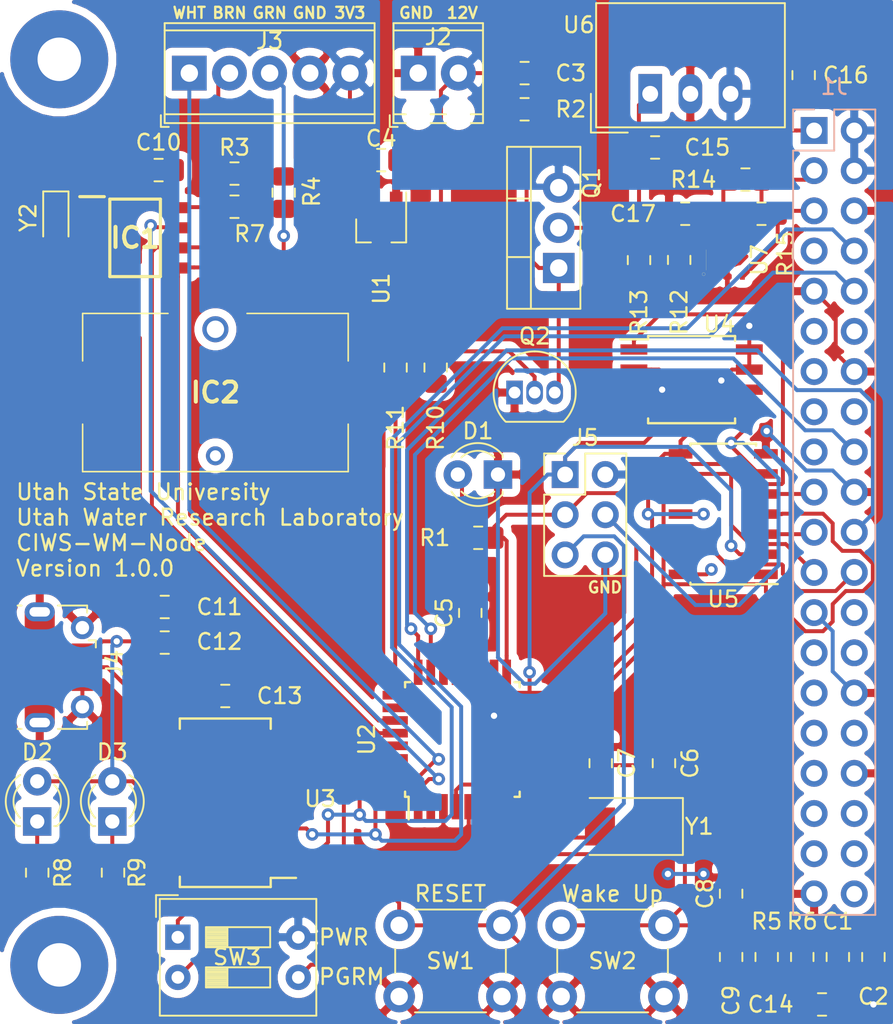
<source format=kicad_pcb>
(kicad_pcb (version 20171130) (host pcbnew "(5.1.5)-3")
  (layers (0 F.Cu signal) (31 B.Cu signal) (34 B.Paste user) (35 F.Paste user) (36 B.SilkS user) (37 F.SilkS user) (38 B.Mask user) (39 F.Mask user) (44 Edge.Cuts user))
  (net 0 "")
  (net 1 +3V3)
  (net 2 GND)
  (net 3 +12V)
  (net 4 "Net-(C5-Pad1)")
  (net 5 "Net-(C6-Pad2)")
  (net 6 "Net-(C7-Pad2)")
  (net 7 "Net-(C8-Pad1)")
  (net 8 "Net-(C9-Pad2)")
  (net 9 "Net-(C9-Pad1)")
  (net 10 "Net-(C10-Pad1)")
  (net 11 +5V)
  (net 12 "Net-(C13-Pad1)")
  (net 13 "Net-(C15-Pad1)")
  (net 14 "Net-(C16-Pad1)")
  (net 15 "Net-(D1-Pad2)")
  (net 16 "Net-(D2-Pad1)")
  (net 17 "Net-(D3-Pad1)")
  (net 18 "Net-(IC1-Pad1)")
  (net 19 "Net-(IC1-Pad2)")
  (net 20 "Net-(IC1-Pad3)")
  (net 21 "Net-(IC1-Pad5)")
  (net 22 "Net-(IC1-Pad6)")
  (net 23 "Net-(IC1-Pad7)")
  (net 24 "Net-(IC2-PadMH1)")
  (net 25 "Net-(IC2-PadMH2)")
  (net 26 "Net-(J1-Pad3)")
  (net 27 "Net-(J1-Pad5)")
  (net 28 "Net-(J1-Pad7)")
  (net 29 "Net-(J1-Pad8)")
  (net 30 "Net-(J1-Pad10)")
  (net 31 "Net-(J1-Pad11)")
  (net 32 "Net-(J1-Pad12)")
  (net 33 "Net-(J1-Pad13)")
  (net 34 "Net-(J1-Pad15)")
  (net 35 "Net-(J1-Pad16)")
  (net 36 "Net-(J1-Pad17)")
  (net 37 "Net-(J1-Pad18)")
  (net 38 "Net-(J1-Pad19)")
  (net 39 "Net-(J1-Pad21)")
  (net 40 "Net-(J1-Pad22)")
  (net 41 "Net-(J1-Pad23)")
  (net 42 "Net-(J1-Pad24)")
  (net 43 "Net-(J1-Pad26)")
  (net 44 "Net-(J1-Pad27)")
  (net 45 "Net-(J1-Pad28)")
  (net 46 "Net-(J1-Pad29)")
  (net 47 "Net-(J1-Pad31)")
  (net 48 "Net-(J1-Pad32)")
  (net 49 "Net-(J1-Pad33)")
  (net 50 "Net-(J1-Pad35)")
  (net 51 "Net-(J1-Pad36)")
  (net 52 "Net-(J1-Pad37)")
  (net 53 "Net-(J1-Pad38)")
  (net 54 "Net-(J1-Pad40)")
  (net 55 "Net-(J3-Pad1)")
  (net 56 "Net-(J4-Pad2)")
  (net 57 "Net-(J4-Pad4)")
  (net 58 "Net-(J4-Pad3)")
  (net 59 "Net-(J5-Pad1)")
  (net 60 "Net-(J5-Pad3)")
  (net 61 "Net-(J5-Pad4)")
  (net 62 "Net-(Q1-Pad1)")
  (net 63 "Net-(Q2-Pad2)")
  (net 64 "Net-(R8-Pad2)")
  (net 65 "Net-(R9-Pad2)")
  (net 66 "Net-(R10-Pad2)")
  (net 67 "Net-(SW3-Pad2)")
  (net 68 "Net-(U2-Pad2)")
  (net 69 "Net-(U2-Pad10)")
  (net 70 "Net-(U2-Pad11)")
  (net 71 "Net-(U2-Pad12)")
  (net 72 "Net-(U2-Pad13)")
  (net 73 "Net-(U2-Pad14)")
  (net 74 "Net-(U2-Pad19)")
  (net 75 "Net-(U2-Pad22)")
  (net 76 "Net-(U2-Pad26)")
  (net 77 "Net-(U3-Pad3)")
  (net 78 "Net-(U3-Pad6)")
  (net 79 "Net-(U3-Pad9)")
  (net 80 "Net-(U3-Pad10)")
  (net 81 "Net-(U3-Pad12)")
  (net 82 "Net-(U3-Pad13)")
  (net 83 "Net-(U3-Pad14)")
  (net 84 "Net-(U3-Pad19)")
  (net 85 "Net-(U3-Pad27)")
  (net 86 "Net-(U3-Pad28)")
  (net 87 VCC)
  (net 88 "Net-(R12-Pad2)")
  (net 89 "Net-(C17-Pad2)")
  (module SamacSys_Parts:1072 (layer F.Cu) (at 127.127 84.836)
    (fp_text reference IC2 (at 0 0) (layer F.SilkS) (effects (font (size 1.27 1.27) (thickness 0.254))))
    (fp_text value 1072 hide)
    (pad MH2 thru_hole circle (at 0 -4) (size 1.65 1.65) (drill 1.1) (layers *.Cu *.Mask) (net 25 "Net-(IC2-PadMH2)"))
    (pad MH1 thru_hole circle (at 0 4) (size 1.2 1.2) (drill 0.7) (layers *.Cu *.Mask) (net 24 "Net-(IC2-PadMH1)"))
    (pad 2 smd rect (at 7.4 0 90) (size 1.5 2) (layers F.Cu F.Paste F.Mask) (net 2 GND))
    (pad 1 smd rect (at -7.4 0 90) (size 1.5 2) (layers F.Cu F.Paste F.Mask) (net 20 "Net-(IC1-Pad3)"))
  )
  (module SamacSys_Parts:SOIC127P600X175-8N (layer F.Cu) (at 122.047 75.057)
    (fp_text reference IC1 (at 0 0) (layer F.SilkS) (effects (font (size 1.27 1.27) (thickness 0.254))))
    (fp_text value PCF8523T_1,118 hide)
    (pad 8 smd rect (at 2.725 -1.905 90) (size 0.7 1.55) (layers F.Cu F.Paste F.Mask) (net 10 "Net-(C10-Pad1)"))
    (pad 7 smd rect (at 2.725 -0.635 90) (size 0.7 1.55) (layers F.Cu F.Paste F.Mask) (net 23 "Net-(IC1-Pad7)"))
    (pad 6 smd rect (at 2.725 0.635 90) (size 0.7 1.55) (layers F.Cu F.Paste F.Mask) (net 22 "Net-(IC1-Pad6)"))
    (pad 5 smd rect (at 2.725 1.905 90) (size 0.7 1.55) (layers F.Cu F.Paste F.Mask) (net 21 "Net-(IC1-Pad5)"))
    (pad 4 smd rect (at -2.725 1.905 90) (size 0.7 1.55) (layers F.Cu F.Paste F.Mask) (net 2 GND))
    (pad 3 smd rect (at -2.725 0.635 90) (size 0.7 1.55) (layers F.Cu F.Paste F.Mask) (net 20 "Net-(IC1-Pad3)"))
    (pad 2 smd rect (at -2.725 -0.635 90) (size 0.7 1.55) (layers F.Cu F.Paste F.Mask) (net 19 "Net-(IC1-Pad2)"))
    (pad 1 smd rect (at -2.725 -1.905 90) (size 0.7 1.55) (layers F.Cu F.Paste F.Mask) (net 18 "Net-(IC1-Pad1)"))
  )
  (module Resistor_SMD:R_0805_2012Metric_Pad1.15x1.40mm_HandSolder (layer F.Cu) (at 161.671 73.533)
    (fp_text reference R15 (at 1.524 2.54 270) (layer F.SilkS))
    (fp_text value 5k)
    (pad 2 smd roundrect (at 1.025 0) (size 1.15 1.4) (layers F.Cu F.Paste F.Mask) (roundrect_rratio 0.217391) (net 27 "Net-(J1-Pad5)"))
    (pad 1 smd roundrect (at -1.025 0) (size 1.15 1.4) (layers F.Cu F.Paste F.Mask) (roundrect_rratio 0.217391) (net 89 "Net-(C17-Pad2)"))
  )
  (module Resistor_SMD:R_0805_2012Metric_Pad1.15x1.40mm_HandSolder (layer F.Cu) (at 160.655 71.374)
    (fp_text reference R14 (at -3.293 0 180) (layer F.SilkS))
    (fp_text value 5k)
    (pad 2 smd roundrect (at 1.025 0) (size 1.15 1.4) (layers F.Cu F.Paste F.Mask) (roundrect_rratio 0.217391) (net 26 "Net-(J1-Pad3)"))
    (pad 1 smd roundrect (at -1.025 0) (size 1.15 1.4) (layers F.Cu F.Paste F.Mask) (roundrect_rratio 0.217391) (net 89 "Net-(C17-Pad2)"))
  )
  (module Resistor_SMD:R_0805_2012Metric_Pad1.15x1.40mm_HandSolder (layer F.Cu) (at 153.924 76.463 90)
    (fp_text reference R13 (at -3.293 0 90) (layer F.SilkS))
    (fp_text value 13k)
    (pad 2 smd roundrect (at 1.025 0 90) (size 1.15 1.4) (layers F.Cu F.Paste F.Mask) (roundrect_rratio 0.217391) (net 13 "Net-(C15-Pad1)"))
    (pad 1 smd roundrect (at -1.025 0 90) (size 1.15 1.4) (layers F.Cu F.Paste F.Mask) (roundrect_rratio 0.217391) (net 88 "Net-(R12-Pad2)"))
  )
  (module Resistor_SMD:R_0805_2012Metric_Pad1.15x1.40mm_HandSolder (layer F.Cu) (at 156.464 76.454 270)
    (fp_text reference R12 (at 3.302 0 90) (layer F.SilkS))
    (fp_text value 2k)
    (pad 2 smd roundrect (at 1.025 0 270) (size 1.15 1.4) (layers F.Cu F.Paste F.Mask) (roundrect_rratio 0.217391) (net 88 "Net-(R12-Pad2)"))
    (pad 1 smd roundrect (at -1.025 0 270) (size 1.15 1.4) (layers F.Cu F.Paste F.Mask) (roundrect_rratio 0.217391) (net 2 GND))
  )
  (module Capacitor_SMD:C_0805_2012Metric_Pad1.15x1.40mm_HandSolder (layer F.Cu) (at 156.845 73.533)
    (fp_text reference C17 (at -3.302 0) (layer F.SilkS))
    (fp_text value 10uF)
    (pad 2 smd roundrect (at 1.025 0) (size 1.15 1.4) (layers F.Cu F.Paste F.Mask) (roundrect_rratio 0.217391) (net 89 "Net-(C17-Pad2)"))
    (pad 1 smd roundrect (at -1.025 0) (size 1.15 1.4) (layers F.Cu F.Paste F.Mask) (roundrect_rratio 0.217391) (net 2 GND))
  )
  (module Microchip:MCP3425 (layer F.Cu) (at 159.512 76.454)
    (fp_text reference U7 (at 2.032 0 90) (layer F.SilkS))
    (fp_text value MCP3421A0T-ECH)
    (pad 6 smd rect (at -0.95 -1.05) (size 0.3 0.4) (layers F.Cu F.Paste F.Mask) (net 2 GND))
    (pad 5 smd rect (at 0 -1.05) (size 0.3 0.4) (layers F.Cu F.Paste F.Mask) (net 89 "Net-(C17-Pad2)"))
    (pad 4 smd rect (at 0.95 -1.05) (size 0.3 0.4) (layers F.Cu F.Paste F.Mask) (net 26 "Net-(J1-Pad3)"))
    (pad 3 smd rect (at 0.95 1.05) (size 0.3 0.4) (layers F.Cu F.Paste F.Mask) (net 27 "Net-(J1-Pad5)"))
    (pad 2 smd rect (at 0 1.05) (size 0.3 0.4) (layers F.Cu F.Paste F.Mask) (net 2 GND))
    (pad 1 smd rect (at -0.95 1.05) (size 0.3 0.4) (layers F.Cu F.Paste F.Mask) (net 88 "Net-(R12-Pad2)"))
  )
  (module Package_SO:SOIC-14_3.9x8.7mm_P1.27mm (layer F.Cu) (at 159.25 92.52 180)
    (fp_text reference U5 (at 0 -5.375) (layer F.SilkS))
    (fp_text value 74125)
    (pad 1 smd rect (at -2.7 -3.81 180) (size 1.5 0.6) (layers F.Cu F.Paste F.Mask) (net 71 "Net-(U2-Pad12)"))
    (pad 2 smd rect (at -2.7 -2.54 180) (size 1.5 0.6) (layers F.Cu F.Paste F.Mask) (net 59 "Net-(J5-Pad1)"))
    (pad 3 smd rect (at -2.7 -1.27 180) (size 1.5 0.6) (layers F.Cu F.Paste F.Mask) (net 39 "Net-(J1-Pad21)"))
    (pad 4 smd rect (at -2.7 0 180) (size 1.5 0.6) (layers F.Cu F.Paste F.Mask) (net 71 "Net-(U2-Pad12)"))
    (pad 5 smd rect (at -2.7 1.27 180) (size 1.5 0.6) (layers F.Cu F.Paste F.Mask) (net 38 "Net-(J1-Pad19)"))
    (pad 6 smd rect (at -2.7 2.54 180) (size 1.5 0.6) (layers F.Cu F.Paste F.Mask) (net 61 "Net-(J5-Pad4)"))
    (pad 7 smd rect (at -2.7 3.81 180) (size 1.5 0.6) (layers F.Cu F.Paste F.Mask) (net 2 GND))
    (pad 8 smd rect (at 2.7 3.81 180) (size 1.5 0.6) (layers F.Cu F.Paste F.Mask) (net 60 "Net-(J5-Pad3)"))
    (pad 9 smd rect (at 2.7 2.54 180) (size 1.5 0.6) (layers F.Cu F.Paste F.Mask) (net 41 "Net-(J1-Pad23)"))
    (pad 10 smd rect (at 2.7 1.27 180) (size 1.5 0.6) (layers F.Cu F.Paste F.Mask) (net 71 "Net-(U2-Pad12)"))
    (pad 11 smd rect (at 2.7 0 180) (size 1.5 0.6) (layers F.Cu F.Paste F.Mask) (net 72 "Net-(U2-Pad13)"))
    (pad 12 smd rect (at 2.7 -1.27 180) (size 1.5 0.6) (layers F.Cu F.Paste F.Mask) (net 42 "Net-(J1-Pad24)"))
    (pad 13 smd rect (at 2.7 -2.54 180) (size 1.5 0.6) (layers F.Cu F.Paste F.Mask) (net 71 "Net-(U2-Pad12)"))
    (pad 14 smd rect (at 2.7 -3.81 180) (size 1.5 0.6) (layers F.Cu F.Paste F.Mask) (net 87 VCC))
  )
  (module Capacitor_SMD:C_0805_2012Metric_Pad1.15x1.40mm_HandSolder (layer F.Cu) (at 166.5 120.52 90)
    (fp_text reference C1 (at 2.25 0) (layer F.SilkS))
    (fp_text value 1uF)
    (pad 1 smd roundrect (at -1.025 0 90) (size 1.15 1.4) (layers F.Cu F.Paste F.Mask) (roundrect_rratio 0.217391) (net 1 +3V3))
    (pad 2 smd roundrect (at 1.025 0 90) (size 1.15 1.4) (layers F.Cu F.Paste F.Mask) (roundrect_rratio 0.217391) (net 2 GND))
  )
  (module Capacitor_SMD:C_0805_2012Metric_Pad1.15x1.40mm_HandSolder (layer F.Cu) (at 168.75 120.52 90)
    (fp_text reference C2 (at -2.5 0 180) (layer F.SilkS))
    (fp_text value 0.1uF)
    (pad 1 smd roundrect (at -1.025 0 90) (size 1.15 1.4) (layers F.Cu F.Paste F.Mask) (roundrect_rratio 0.217391) (net 1 +3V3))
    (pad 2 smd roundrect (at 1.025 0 90) (size 1.15 1.4) (layers F.Cu F.Paste F.Mask) (roundrect_rratio 0.217391) (net 2 GND))
  )
  (module Capacitor_SMD:C_0805_2012Metric_Pad1.15x1.40mm_HandSolder (layer F.Cu) (at 146.685 64.643)
    (fp_text reference C3 (at 2.921 0) (layer F.SilkS))
    (fp_text value 1uF)
    (pad 1 smd roundrect (at -1.025 0) (size 1.15 1.4) (layers F.Cu F.Paste F.Mask) (roundrect_rratio 0.217391) (net 3 +12V))
    (pad 2 smd roundrect (at 1.025 0) (size 1.15 1.4) (layers F.Cu F.Paste F.Mask) (roundrect_rratio 0.217391) (net 2 GND))
  )
  (module Capacitor_SMD:C_0805_2012Metric_Pad1.15x1.40mm_HandSolder (layer F.Cu) (at 137.612 70.141)
    (fp_text reference C4 (at 0 -1.37) (layer F.SilkS))
    (fp_text value 1uF)
    (pad 1 smd roundrect (at -1.025 0) (size 1.15 1.4) (layers F.Cu F.Paste F.Mask) (roundrect_rratio 0.217391) (net 1 +3V3))
    (pad 2 smd roundrect (at 1.025 0) (size 1.15 1.4) (layers F.Cu F.Paste F.Mask) (roundrect_rratio 0.217391) (net 2 GND))
  )
  (module Capacitor_SMD:C_0805_2012Metric_Pad1.15x1.40mm_HandSolder (layer F.Cu) (at 143.25 98.77 90)
    (fp_text reference C5 (at 0 -1.65 90) (layer F.SilkS))
    (fp_text value 0.1uF)
    (pad 1 smd roundrect (at -1.025 0 90) (size 1.15 1.4) (layers F.Cu F.Paste F.Mask) (roundrect_rratio 0.217391) (net 4 "Net-(C5-Pad1)"))
    (pad 2 smd roundrect (at 1.025 0 90) (size 1.15 1.4) (layers F.Cu F.Paste F.Mask) (roundrect_rratio 0.217391) (net 2 GND))
  )
  (module Capacitor_SMD:C_0805_2012Metric_Pad1.15x1.40mm_HandSolder (layer F.Cu) (at 155.5 108.27 270)
    (fp_text reference C6 (at 0 -1.65 90) (layer F.SilkS))
    (fp_text value 20pF)
    (pad 1 smd roundrect (at -1.025 0 270) (size 1.15 1.4) (layers F.Cu F.Paste F.Mask) (roundrect_rratio 0.217391) (net 2 GND))
    (pad 2 smd roundrect (at 1.025 0 270) (size 1.15 1.4) (layers F.Cu F.Paste F.Mask) (roundrect_rratio 0.217391) (net 5 "Net-(C6-Pad2)"))
  )
  (module Capacitor_SMD:C_0805_2012Metric_Pad1.15x1.40mm_HandSolder (layer F.Cu) (at 151.5 108.27 270)
    (fp_text reference C7 (at 0 -1.65 90) (layer F.SilkS))
    (fp_text value 20pF)
    (pad 2 smd roundrect (at 1.025 0 270) (size 1.15 1.4) (layers F.Cu F.Paste F.Mask) (roundrect_rratio 0.217391) (net 6 "Net-(C7-Pad2)"))
    (pad 1 smd roundrect (at -1.025 0 270) (size 1.15 1.4) (layers F.Cu F.Paste F.Mask) (roundrect_rratio 0.217391) (net 2 GND))
  )
  (module Capacitor_SMD:C_0805_2012Metric_Pad1.15x1.40mm_HandSolder (layer F.Cu) (at 159.75 116.52 90)
    (fp_text reference C8 (at 0 -1.65 90) (layer F.SilkS))
    (fp_text value 0.1uF)
    (pad 2 smd roundrect (at 1.025 0 90) (size 1.15 1.4) (layers F.Cu F.Paste F.Mask) (roundrect_rratio 0.217391) (net 2 GND))
    (pad 1 smd roundrect (at -1.025 0 90) (size 1.15 1.4) (layers F.Cu F.Paste F.Mask) (roundrect_rratio 0.217391) (net 7 "Net-(C8-Pad1)"))
  )
  (module Capacitor_SMD:C_0805_2012Metric_Pad1.15x1.40mm_HandSolder (layer F.Cu) (at 159.75 120.52 90)
    (fp_text reference C9 (at -2.75 0 90) (layer F.SilkS))
    (fp_text value 0.1uF)
    (pad 2 smd roundrect (at 1.025 0 90) (size 1.15 1.4) (layers F.Cu F.Paste F.Mask) (roundrect_rratio 0.217391) (net 8 "Net-(C9-Pad2)"))
    (pad 1 smd roundrect (at -1.025 0 90) (size 1.15 1.4) (layers F.Cu F.Paste F.Mask) (roundrect_rratio 0.217391) (net 9 "Net-(C9-Pad1)"))
  )
  (module Capacitor_SMD:C_0805_2012Metric_Pad1.15x1.40mm_HandSolder (layer F.Cu) (at 123.533 70.772 180)
    (fp_text reference C10 (at 0 1.75) (layer F.SilkS))
    (fp_text value 10uF)
    (pad 1 smd roundrect (at -1.025 0 180) (size 1.15 1.4) (layers F.Cu F.Paste F.Mask) (roundrect_rratio 0.217391) (net 10 "Net-(C10-Pad1)"))
    (pad 2 smd roundrect (at 1.025 0 180) (size 1.15 1.4) (layers F.Cu F.Paste F.Mask) (roundrect_rratio 0.217391) (net 2 GND))
  )
  (module Capacitor_SMD:C_0805_2012Metric_Pad1.15x1.40mm_HandSolder (layer F.Cu) (at 123.921 98.3925)
    (fp_text reference C11 (at 3.46 0) (layer F.SilkS))
    (fp_text value 0.1uF)
    (pad 1 smd roundrect (at -1.025 0) (size 1.15 1.4) (layers F.Cu F.Paste F.Mask) (roundrect_rratio 0.217391) (net 11 +5V))
    (pad 2 smd roundrect (at 1.025 0) (size 1.15 1.4) (layers F.Cu F.Paste F.Mask) (roundrect_rratio 0.217391) (net 2 GND))
  )
  (module Capacitor_SMD:C_0805_2012Metric_Pad1.15x1.40mm_HandSolder (layer F.Cu) (at 123.921 100.6425)
    (fp_text reference C12 (at 3.46 -0.0585) (layer F.SilkS))
    (fp_text value 10uF)
    (pad 2 smd roundrect (at 1.025 0) (size 1.15 1.4) (layers F.Cu F.Paste F.Mask) (roundrect_rratio 0.217391) (net 2 GND))
    (pad 1 smd roundrect (at -1.025 0) (size 1.15 1.4) (layers F.Cu F.Paste F.Mask) (roundrect_rratio 0.217391) (net 11 +5V))
  )
  (module Capacitor_SMD:C_0805_2012Metric_Pad1.15x1.40mm_HandSolder (layer F.Cu) (at 127.75 104.02)
    (fp_text reference C13 (at 3.441 -0.007) (layer F.SilkS))
    (fp_text value 0.1uF)
    (pad 2 smd roundrect (at 1.025 0) (size 1.15 1.4) (layers F.Cu F.Paste F.Mask) (roundrect_rratio 0.217391) (net 2 GND))
    (pad 1 smd roundrect (at -1.025 0) (size 1.15 1.4) (layers F.Cu F.Paste F.Mask) (roundrect_rratio 0.217391) (net 12 "Net-(C13-Pad1)"))
  )
  (module Capacitor_SMD:C_0805_2012Metric_Pad1.15x1.40mm_HandSolder (layer F.Cu) (at 165.5 123.52 180)
    (fp_text reference C14 (at 3.25 0) (layer F.SilkS))
    (fp_text value 1uF)
    (pad 1 smd roundrect (at -1.025 0 180) (size 1.15 1.4) (layers F.Cu F.Paste F.Mask) (roundrect_rratio 0.217391) (net 1 +3V3))
    (pad 2 smd roundrect (at 1.025 0 180) (size 1.15 1.4) (layers F.Cu F.Paste F.Mask) (roundrect_rratio 0.217391) (net 2 GND))
  )
  (module Capacitor_SMD:C_0805_2012Metric_Pad1.15x1.40mm_HandSolder (layer F.Cu) (at 154.94 69.342)
    (fp_text reference C15 (at 3.302 0) (layer F.SilkS))
    (fp_text value 1uF)
    (pad 2 smd roundrect (at 1.025 0) (size 1.15 1.4) (layers F.Cu F.Paste F.Mask) (roundrect_rratio 0.217391) (net 2 GND))
    (pad 1 smd roundrect (at -1.025 0) (size 1.15 1.4) (layers F.Cu F.Paste F.Mask) (roundrect_rratio 0.217391) (net 13 "Net-(C15-Pad1)"))
  )
  (module Capacitor_SMD:C_0805_2012Metric_Pad1.15x1.40mm_HandSolder (layer F.Cu) (at 164.338 64.77 90)
    (fp_text reference C16 (at 0 2.667 180) (layer F.SilkS))
    (fp_text value 1uF)
    (pad 1 smd roundrect (at -1.025 0 90) (size 1.15 1.4) (layers F.Cu F.Paste F.Mask) (roundrect_rratio 0.217391) (net 14 "Net-(C16-Pad1)"))
    (pad 2 smd roundrect (at 1.025 0 90) (size 1.15 1.4) (layers F.Cu F.Paste F.Mask) (roundrect_rratio 0.217391) (net 2 GND))
  )
  (module LED_THT:LED_D3.0mm_Clear (layer F.Cu) (at 145 90.02 180)
    (fp_text reference D1 (at 1.27 2.75) (layer F.SilkS))
    (fp_text value LED_ALT)
    (pad 1 thru_hole rect (at 0 0 180) (size 1.8 1.8) (drill 0.9) (layers *.Cu *.Mask) (net 2 GND))
    (pad 2 thru_hole circle (at 2.54 0 180) (size 1.8 1.8) (drill 0.9) (layers *.Cu *.Mask) (net 15 "Net-(D1-Pad2)"))
  )
  (module LED_THT:LED_D3.0mm_Clear (layer F.Cu) (at 115.855 111.9535 90)
    (fp_text reference D2 (at 4.3845 0 180) (layer F.SilkS))
    (fp_text value LED_ALT)
    (pad 2 thru_hole circle (at 2.54 0 90) (size 1.8 1.8) (drill 0.9) (layers *.Cu *.Mask) (net 11 +5V))
    (pad 1 thru_hole rect (at 0 0 90) (size 1.8 1.8) (drill 0.9) (layers *.Cu *.Mask) (net 16 "Net-(D2-Pad1)"))
  )
  (module LED_THT:LED_D3.0mm_Clear (layer F.Cu) (at 120.605 111.9535 90)
    (fp_text reference D3 (at 4.3845 0 180) (layer F.SilkS))
    (fp_text value LED_ALT)
    (pad 1 thru_hole rect (at 0 0 90) (size 1.8 1.8) (drill 0.9) (layers *.Cu *.Mask) (net 17 "Net-(D3-Pad1)"))
    (pad 2 thru_hole circle (at 2.54 0 90) (size 1.8 1.8) (drill 0.9) (layers *.Cu *.Mask) (net 11 +5V))
  )
  (module Connector_PinSocket_2.54mm:PinSocket_2x20_P2.54mm_Vertical (layer B.Cu) (at 165 68.27 180)
    (fp_text reference J1 (at -1.27 2.77) (layer B.SilkS) (effects (justify mirror)))
    (fp_text value Conn_02x20_Odd_Even)
    (pad 1 thru_hole rect (at 0 0 180) (size 1.7 1.7) (drill 1) (layers *.Cu *.Mask) (net 89 "Net-(C17-Pad2)"))
    (pad 2 thru_hole oval (at -2.54 0 180) (size 1.7 1.7) (drill 1) (layers *.Cu *.Mask) (net 14 "Net-(C16-Pad1)"))
    (pad 3 thru_hole oval (at 0 -2.54 180) (size 1.7 1.7) (drill 1) (layers *.Cu *.Mask) (net 26 "Net-(J1-Pad3)"))
    (pad 4 thru_hole oval (at -2.54 -2.54 180) (size 1.7 1.7) (drill 1) (layers *.Cu *.Mask) (net 14 "Net-(C16-Pad1)"))
    (pad 5 thru_hole oval (at 0 -5.08 180) (size 1.7 1.7) (drill 1) (layers *.Cu *.Mask) (net 27 "Net-(J1-Pad5)"))
    (pad 6 thru_hole oval (at -2.54 -5.08 180) (size 1.7 1.7) (drill 1) (layers *.Cu *.Mask) (net 2 GND))
    (pad 7 thru_hole oval (at 0 -7.62 180) (size 1.7 1.7) (drill 1) (layers *.Cu *.Mask) (net 28 "Net-(J1-Pad7)"))
    (pad 8 thru_hole oval (at -2.54 -7.62 180) (size 1.7 1.7) (drill 1) (layers *.Cu *.Mask) (net 29 "Net-(J1-Pad8)"))
    (pad 9 thru_hole oval (at 0 -10.16 180) (size 1.7 1.7) (drill 1) (layers *.Cu *.Mask) (net 2 GND))
    (pad 10 thru_hole oval (at -2.54 -10.16 180) (size 1.7 1.7) (drill 1) (layers *.Cu *.Mask) (net 30 "Net-(J1-Pad10)"))
    (pad 11 thru_hole oval (at 0 -12.7 180) (size 1.7 1.7) (drill 1) (layers *.Cu *.Mask) (net 31 "Net-(J1-Pad11)"))
    (pad 12 thru_hole oval (at -2.54 -12.7 180) (size 1.7 1.7) (drill 1) (layers *.Cu *.Mask) (net 32 "Net-(J1-Pad12)"))
    (pad 13 thru_hole oval (at 0 -15.24 180) (size 1.7 1.7) (drill 1) (layers *.Cu *.Mask) (net 33 "Net-(J1-Pad13)"))
    (pad 14 thru_hole oval (at -2.54 -15.24 180) (size 1.7 1.7) (drill 1) (layers *.Cu *.Mask) (net 2 GND))
    (pad 15 thru_hole oval (at 0 -17.78 180) (size 1.7 1.7) (drill 1) (layers *.Cu *.Mask) (net 34 "Net-(J1-Pad15)"))
    (pad 16 thru_hole oval (at -2.54 -17.78 180) (size 1.7 1.7) (drill 1) (layers *.Cu *.Mask) (net 35 "Net-(J1-Pad16)"))
    (pad 17 thru_hole oval (at 0 -20.32 180) (size 1.7 1.7) (drill 1) (layers *.Cu *.Mask) (net 36 "Net-(J1-Pad17)"))
    (pad 18 thru_hole oval (at -2.54 -20.32 180) (size 1.7 1.7) (drill 1) (layers *.Cu *.Mask) (net 37 "Net-(J1-Pad18)"))
    (pad 19 thru_hole oval (at 0 -22.86 180) (size 1.7 1.7) (drill 1) (layers *.Cu *.Mask) (net 38 "Net-(J1-Pad19)"))
    (pad 20 thru_hole oval (at -2.54 -22.86 180) (size 1.7 1.7) (drill 1) (layers *.Cu *.Mask) (net 2 GND))
    (pad 21 thru_hole oval (at 0 -25.4 180) (size 1.7 1.7) (drill 1) (layers *.Cu *.Mask) (net 39 "Net-(J1-Pad21)"))
    (pad 22 thru_hole oval (at -2.54 -25.4 180) (size 1.7 1.7) (drill 1) (layers *.Cu *.Mask) (net 40 "Net-(J1-Pad22)"))
    (pad 23 thru_hole oval (at 0 -27.94 180) (size 1.7 1.7) (drill 1) (layers *.Cu *.Mask) (net 41 "Net-(J1-Pad23)"))
    (pad 24 thru_hole oval (at -2.54 -27.94 180) (size 1.7 1.7) (drill 1) (layers *.Cu *.Mask) (net 42 "Net-(J1-Pad24)"))
    (pad 25 thru_hole oval (at 0 -30.48 180) (size 1.7 1.7) (drill 1) (layers *.Cu *.Mask) (net 2 GND))
    (pad 26 thru_hole oval (at -2.54 -30.48 180) (size 1.7 1.7) (drill 1) (layers *.Cu *.Mask) (net 43 "Net-(J1-Pad26)"))
    (pad 27 thru_hole oval (at 0 -33.02 180) (size 1.7 1.7) (drill 1) (layers *.Cu *.Mask) (net 44 "Net-(J1-Pad27)"))
    (pad 28 thru_hole oval (at -2.54 -33.02 180) (size 1.7 1.7) (drill 1) (layers *.Cu *.Mask) (net 45 "Net-(J1-Pad28)"))
    (pad 29 thru_hole oval (at 0 -35.56 180) (size 1.7 1.7) (drill 1) (layers *.Cu *.Mask) (net 46 "Net-(J1-Pad29)"))
    (pad 30 thru_hole oval (at -2.54 -35.56 180) (size 1.7 1.7) (drill 1) (layers *.Cu *.Mask) (net 2 GND))
    (pad 31 thru_hole oval (at 0 -38.1 180) (size 1.7 1.7) (drill 1) (layers *.Cu *.Mask) (net 47 "Net-(J1-Pad31)"))
    (pad 32 thru_hole oval (at -2.54 -38.1 180) (size 1.7 1.7) (drill 1) (layers *.Cu *.Mask) (net 48 "Net-(J1-Pad32)"))
    (pad 33 thru_hole oval (at 0 -40.64 180) (size 1.7 1.7) (drill 1) (layers *.Cu *.Mask) (net 49 "Net-(J1-Pad33)"))
    (pad 34 thru_hole oval (at -2.54 -40.64 180) (size 1.7 1.7) (drill 1) (layers *.Cu *.Mask) (net 2 GND))
    (pad 35 thru_hole oval (at 0 -43.18 180) (size 1.7 1.7) (drill 1) (layers *.Cu *.Mask) (net 50 "Net-(J1-Pad35)"))
    (pad 36 thru_hole oval (at -2.54 -43.18 180) (size 1.7 1.7) (drill 1) (layers *.Cu *.Mask) (net 51 "Net-(J1-Pad36)"))
    (pad 37 thru_hole oval (at 0 -45.72 180) (size 1.7 1.7) (drill 1) (layers *.Cu *.Mask) (net 52 "Net-(J1-Pad37)"))
    (pad 38 thru_hole oval (at -2.54 -45.72 180) (size 1.7 1.7) (drill 1) (layers *.Cu *.Mask) (net 53 "Net-(J1-Pad38)"))
    (pad 39 thru_hole oval (at 0 -48.26 180) (size 1.7 1.7) (drill 1) (layers *.Cu *.Mask) (net 2 GND))
    (pad 40 thru_hole oval (at -2.54 -48.26 180) (size 1.7 1.7) (drill 1) (layers *.Cu *.Mask) (net 54 "Net-(J1-Pad40)"))
  )
  (module TerminalBlock_Phoenix:TerminalBlock_Phoenix_MPT-0,5-2-2.54_1x02_P2.54mm_Horizontal (layer F.Cu) (at 139.954 64.643)
    (fp_text reference J2 (at 1.27 -2.286) (layer F.SilkS))
    (fp_text value Screw_Terminal_01x02)
    (pad 1 thru_hole rect (at 0 0) (size 2.2 2.2) (drill 1.1) (layers *.Cu *.Mask) (net 2 GND))
    (pad "" np_thru_hole circle (at 0 2.54) (size 1.1 1.1) (drill 1.1) (layers *.Cu *.Mask))
    (pad 2 thru_hole circle (at 2.54 0) (size 2.2 2.2) (drill 1.1) (layers *.Cu *.Mask) (net 3 +12V))
    (pad "" np_thru_hole circle (at 2.54 2.54) (size 1.1 1.1) (drill 1.1) (layers *.Cu *.Mask))
  )
  (module TerminalBlock_Phoenix:TerminalBlock_Phoenix_MPT-0,5-5-2.54_1x05_P2.54mm_Horizontal (layer F.Cu) (at 125.476 64.643)
    (fp_text reference J3 (at 5.08 -2.032) (layer F.SilkS))
    (fp_text value Screw_Terminal_01x05)
    (pad 1 thru_hole rect (at 0 0) (size 2.2 2.2) (drill 1.1) (layers *.Cu *.Mask) (net 55 "Net-(J3-Pad1)"))
    (pad 2 thru_hole circle (at 2.54 0) (size 2.2 2.2) (drill 1.1) (layers *.Cu *.Mask) (net 22 "Net-(IC1-Pad6)"))
    (pad 3 thru_hole circle (at 5.08 0) (size 2.2 2.2) (drill 1.1) (layers *.Cu *.Mask) (net 21 "Net-(IC1-Pad5)"))
    (pad 4 thru_hole circle (at 7.62 0) (size 2.2 2.2) (drill 1.1) (layers *.Cu *.Mask) (net 2 GND))
    (pad 5 thru_hole circle (at 10.16 0) (size 2.2 2.2) (drill 1.1) (layers *.Cu *.Mask) (net 1 +3V3))
  )
  (module Connector_USB:USB_Micro-B_Molex-105017-0001 (layer F.Cu) (at 117.25 102.2015 270)
    (fp_text reference J4 (at -0.25 -3.5 90) (layer F.SilkS))
    (fp_text value USB_B_Micro)
    (pad 6 smd rect (at 1 1.2375 270) (size 1.5 1.9) (layers F.Cu F.Paste F.Mask) (net 2 GND))
    (pad 6 thru_hole circle (at -2.5 -1.4625 270) (size 1.45 1.45) (drill 0.85) (layers *.Cu *.Mask) (net 2 GND))
    (pad 2 smd rect (at -0.65 -1.4625 270) (size 0.4 1.35) (layers F.Cu F.Paste F.Mask) (net 56 "Net-(J4-Pad2)"))
    (pad 1 smd rect (at -1.3 -1.4625 270) (size 0.4 1.35) (layers F.Cu F.Paste F.Mask) (net 11 +5V))
    (pad 5 smd rect (at 1.3 -1.4625 270) (size 0.4 1.35) (layers F.Cu F.Paste F.Mask) (net 2 GND))
    (pad 4 smd rect (at 0.65 -1.4625 270) (size 0.4 1.35) (layers F.Cu F.Paste F.Mask) (net 57 "Net-(J4-Pad4)"))
    (pad 3 smd rect (at 0 -1.4625 270) (size 0.4 1.35) (layers F.Cu F.Paste F.Mask) (net 58 "Net-(J4-Pad3)"))
    (pad 6 thru_hole circle (at 2.5 -1.4625 270) (size 1.45 1.45) (drill 0.85) (layers *.Cu *.Mask) (net 2 GND))
    (pad 6 smd rect (at -1 1.2375 270) (size 1.5 1.9) (layers F.Cu F.Paste F.Mask) (net 2 GND))
    (pad 6 thru_hole oval (at -3.5 1.2375 90) (size 1.2 1.9) (drill oval 0.6 1.3) (layers *.Cu *.Mask) (net 2 GND))
    (pad 6 thru_hole oval (at 3.5 1.2375 270) (size 1.2 1.9) (drill oval 0.6 1.3) (layers *.Cu *.Mask) (net 2 GND))
    (pad 6 smd rect (at 2.9 1.2375 270) (size 1.2 1.9) (layers F.Cu F.Mask) (net 2 GND))
    (pad 6 smd rect (at -2.9 1.2375 270) (size 1.2 1.9) (layers F.Cu F.Mask) (net 2 GND))
  )
  (module Connector_PinHeader_2.54mm:PinHeader_2x03_P2.54mm_Vertical (layer F.Cu) (at 149.25 90.02)
    (fp_text reference J5 (at 1.27 -2.33) (layer F.SilkS))
    (fp_text value "ISP Header")
    (pad 1 thru_hole rect (at 0 0) (size 1.7 1.7) (drill 1) (layers *.Cu *.Mask) (net 59 "Net-(J5-Pad1)"))
    (pad 2 thru_hole oval (at 2.54 0) (size 1.7 1.7) (drill 1) (layers *.Cu *.Mask) (net 1 +3V3))
    (pad 3 thru_hole oval (at 0 2.54) (size 1.7 1.7) (drill 1) (layers *.Cu *.Mask) (net 60 "Net-(J5-Pad3)"))
    (pad 4 thru_hole oval (at 2.54 2.54) (size 1.7 1.7) (drill 1) (layers *.Cu *.Mask) (net 61 "Net-(J5-Pad4)"))
    (pad 5 thru_hole oval (at 0 5.08) (size 1.7 1.7) (drill 1) (layers *.Cu *.Mask) (net 8 "Net-(C9-Pad2)"))
    (pad 6 thru_hole oval (at 2.54 5.08) (size 1.7 1.7) (drill 1) (layers *.Cu *.Mask) (net 2 GND))
  )
  (module Package_TO_SOT_THT:TO-220-3_Vertical (layer F.Cu) (at 148.844 76.962 90)
    (fp_text reference Q1 (at 5.371 2.088 90) (layer F.SilkS))
    (fp_text value FQP_27P06)
    (pad 1 thru_hole rect (at 0 0 90) (size 1.905 2) (drill 1.1) (layers *.Cu *.Mask) (net 62 "Net-(Q1-Pad1)"))
    (pad 2 thru_hole oval (at 2.54 0 90) (size 1.905 2) (drill 1.1) (layers *.Cu *.Mask) (net 13 "Net-(C15-Pad1)"))
    (pad 3 thru_hole oval (at 5.08 0 90) (size 1.905 2) (drill 1.1) (layers *.Cu *.Mask) (net 3 +12V))
  )
  (module Package_TO_SOT_THT:TO-92_Inline (layer F.Cu) (at 146.05 84.836)
    (fp_text reference Q2 (at 1.27 -3.56) (layer F.SilkS))
    (fp_text value 2N3904)
    (pad 2 thru_hole oval (at 1.27 0) (size 1.05 1.5) (drill 0.75) (layers *.Cu *.Mask) (net 63 "Net-(Q2-Pad2)"))
    (pad 3 thru_hole oval (at 2.54 0) (size 1.05 1.5) (drill 0.75) (layers *.Cu *.Mask) (net 62 "Net-(Q1-Pad1)"))
    (pad 1 thru_hole rect (at 0 0) (size 1.05 1.5) (drill 0.75) (layers *.Cu *.Mask) (net 2 GND))
  )
  (module Resistor_SMD:R_0805_2012Metric_Pad1.15x1.40mm_HandSolder (layer F.Cu) (at 143.75 94.02 180)
    (fp_text reference R1 (at 2.75 0) (layer F.SilkS))
    (fp_text value 470)
    (pad 1 smd roundrect (at -1.025 0 180) (size 1.15 1.4) (layers F.Cu F.Paste F.Mask) (roundrect_rratio 0.217391) (net 60 "Net-(J5-Pad3)"))
    (pad 2 smd roundrect (at 1.025 0 180) (size 1.15 1.4) (layers F.Cu F.Paste F.Mask) (roundrect_rratio 0.217391) (net 15 "Net-(D1-Pad2)"))
  )
  (module Resistor_SMD:R_0805_2012Metric_Pad1.15x1.40mm_HandSolder (layer F.Cu) (at 146.685 66.929)
    (fp_text reference R2 (at 2.921 0) (layer F.SilkS))
    (fp_text value 10k)
    (pad 2 smd roundrect (at 1.025 0) (size 1.15 1.4) (layers F.Cu F.Paste F.Mask) (roundrect_rratio 0.217391) (net 62 "Net-(Q1-Pad1)"))
    (pad 1 smd roundrect (at -1.025 0) (size 1.15 1.4) (layers F.Cu F.Paste F.Mask) (roundrect_rratio 0.217391) (net 3 +12V))
  )
  (module Resistor_SMD:R_0805_2012Metric_Pad1.15x1.40mm_HandSolder (layer F.Cu) (at 128.3335 70.993 180)
    (fp_text reference R3 (at 0 1.651) (layer F.SilkS))
    (fp_text value 10k)
    (pad 2 smd roundrect (at 1.025 0 180) (size 1.15 1.4) (layers F.Cu F.Paste F.Mask) (roundrect_rratio 0.217391) (net 22 "Net-(IC1-Pad6)"))
    (pad 1 smd roundrect (at -1.025 0 180) (size 1.15 1.4) (layers F.Cu F.Paste F.Mask) (roundrect_rratio 0.217391) (net 1 +3V3))
  )
  (module Resistor_SMD:R_0805_2012Metric_Pad1.15x1.40mm_HandSolder (layer F.Cu) (at 131.445 72.1995 90)
    (fp_text reference R4 (at 0.0635 1.778 90) (layer F.SilkS))
    (fp_text value 10k)
    (pad 1 smd roundrect (at -1.025 0 90) (size 1.15 1.4) (layers F.Cu F.Paste F.Mask) (roundrect_rratio 0.217391) (net 1 +3V3))
    (pad 2 smd roundrect (at 1.025 0 90) (size 1.15 1.4) (layers F.Cu F.Paste F.Mask) (roundrect_rratio 0.217391) (net 21 "Net-(IC1-Pad5)"))
  )
  (module Resistor_SMD:R_0805_2012Metric_Pad1.15x1.40mm_HandSolder (layer F.Cu) (at 162 120.52 90)
    (fp_text reference R5 (at 2.25 0 180) (layer F.SilkS))
    (fp_text value 10k)
    (pad 1 smd roundrect (at -1.025 0 90) (size 1.15 1.4) (layers F.Cu F.Paste F.Mask) (roundrect_rratio 0.217391) (net 1 +3V3))
    (pad 2 smd roundrect (at 1.025 0 90) (size 1.15 1.4) (layers F.Cu F.Paste F.Mask) (roundrect_rratio 0.217391) (net 8 "Net-(C9-Pad2)"))
  )
  (module Resistor_SMD:R_0805_2012Metric_Pad1.15x1.40mm_HandSolder (layer F.Cu) (at 164.25 120.52 90)
    (fp_text reference R6 (at 2.25 0 180) (layer F.SilkS))
    (fp_text value 10k)
    (pad 2 smd roundrect (at 1.025 0 90) (size 1.15 1.4) (layers F.Cu F.Paste F.Mask) (roundrect_rratio 0.217391) (net 7 "Net-(C8-Pad1)"))
    (pad 1 smd roundrect (at -1.025 0 90) (size 1.15 1.4) (layers F.Cu F.Paste F.Mask) (roundrect_rratio 0.217391) (net 1 +3V3))
  )
  (module Resistor_SMD:R_0805_2012Metric_Pad1.15x1.40mm_HandSolder (layer F.Cu) (at 128.3335 73.0885 180)
    (fp_text reference R7 (at -0.9525 -1.7145) (layer F.SilkS))
    (fp_text value 10k)
    (pad 1 smd roundrect (at -1.025 0 180) (size 1.15 1.4) (layers F.Cu F.Paste F.Mask) (roundrect_rratio 0.217391) (net 1 +3V3))
    (pad 2 smd roundrect (at 1.025 0 180) (size 1.15 1.4) (layers F.Cu F.Paste F.Mask) (roundrect_rratio 0.217391) (net 10 "Net-(C10-Pad1)"))
  )
  (module Resistor_SMD:R_0805_2012Metric_Pad1.15x1.40mm_HandSolder (layer F.Cu) (at 115.855 115.189 270)
    (fp_text reference R8 (at 0 -1.62 270) (layer F.SilkS))
    (fp_text value 1k)
    (pad 2 smd roundrect (at 1.025 0 270) (size 1.15 1.4) (layers F.Cu F.Paste F.Mask) (roundrect_rratio 0.217391) (net 64 "Net-(R8-Pad2)"))
    (pad 1 smd roundrect (at -1.025 0 270) (size 1.15 1.4) (layers F.Cu F.Paste F.Mask) (roundrect_rratio 0.217391) (net 16 "Net-(D2-Pad1)"))
  )
  (module Resistor_SMD:R_0805_2012Metric_Pad1.15x1.40mm_HandSolder (layer F.Cu) (at 120.65 115.189 270)
    (fp_text reference R9 (at 0 -1.524 270) (layer F.SilkS))
    (fp_text value 1k)
    (pad 1 smd roundrect (at -1.025 0 270) (size 1.15 1.4) (layers F.Cu F.Paste F.Mask) (roundrect_rratio 0.217391) (net 17 "Net-(D3-Pad1)"))
    (pad 2 smd roundrect (at 1.025 0 270) (size 1.15 1.4) (layers F.Cu F.Paste F.Mask) (roundrect_rratio 0.217391) (net 65 "Net-(R9-Pad2)"))
  )
  (module Resistor_SMD:R_0805_2012Metric_Pad1.15x1.40mm_HandSolder (layer F.Cu) (at 141.06 83.256 270)
    (fp_text reference R10 (at 3.81 0 90) (layer F.SilkS))
    (fp_text value 470)
    (pad 1 smd roundrect (at -1.025 0 270) (size 1.15 1.4) (layers F.Cu F.Paste F.Mask) (roundrect_rratio 0.217391) (net 63 "Net-(Q2-Pad2)"))
    (pad 2 smd roundrect (at 1.025 0 270) (size 1.15 1.4) (layers F.Cu F.Paste F.Mask) (roundrect_rratio 0.217391) (net 66 "Net-(R10-Pad2)"))
  )
  (module Resistor_SMD:R_0805_2012Metric_Pad1.15x1.40mm_HandSolder (layer F.Cu) (at 138.52 83.256 270)
    (fp_text reference R11 (at 3.81 0 90) (layer F.SilkS))
    (fp_text value 10k)
    (pad 2 smd roundrect (at 1.025 0 270) (size 1.15 1.4) (layers F.Cu F.Paste F.Mask) (roundrect_rratio 0.217391) (net 66 "Net-(R10-Pad2)"))
    (pad 1 smd roundrect (at -1.025 0 270) (size 1.15 1.4) (layers F.Cu F.Paste F.Mask) (roundrect_rratio 0.217391) (net 2 GND))
  )
  (module Button_Switch_THT:SW_PUSH_6mm (layer F.Cu) (at 138.75 118.52)
    (fp_text reference SW1 (at 3.25 2.25) (layer F.SilkS))
    (fp_text value SW_Push)
    (fp_text user RESET (at 3.236 -2) (layer F.SilkS))
    (pad 2 thru_hole circle (at 0 4.5 90) (size 2 2) (drill 1.1) (layers *.Cu *.Mask) (net 2 GND))
    (pad 1 thru_hole circle (at 0 0 90) (size 2 2) (drill 1.1) (layers *.Cu *.Mask) (net 8 "Net-(C9-Pad2)"))
    (pad 2 thru_hole circle (at 6.5 4.5 90) (size 2 2) (drill 1.1) (layers *.Cu *.Mask) (net 2 GND))
    (pad 1 thru_hole circle (at 6.5 0 90) (size 2 2) (drill 1.1) (layers *.Cu *.Mask) (net 8 "Net-(C9-Pad2)"))
  )
  (module Button_Switch_THT:SW_PUSH_6mm (layer F.Cu) (at 149 118.52)
    (fp_text reference SW2 (at 3.25 2.25) (layer F.SilkS))
    (fp_text value SW_Push)
    (fp_text user "Wake Up" (at 3.25 -2) (layer F.SilkS))
    (pad 1 thru_hole circle (at 6.5 0 90) (size 2 2) (drill 1.1) (layers *.Cu *.Mask) (net 7 "Net-(C8-Pad1)"))
    (pad 2 thru_hole circle (at 6.5 4.5 90) (size 2 2) (drill 1.1) (layers *.Cu *.Mask) (net 2 GND))
    (pad 1 thru_hole circle (at 0 0 90) (size 2 2) (drill 1.1) (layers *.Cu *.Mask) (net 7 "Net-(C8-Pad1)"))
    (pad 2 thru_hole circle (at 0 4.5 90) (size 2 2) (drill 1.1) (layers *.Cu *.Mask) (net 2 GND))
  )
  (module Button_Switch_THT:SW_DIP_SPSTx02_Slide_9.78x7.26mm_W7.62mm_P2.54mm (layer F.Cu) (at 124.75 119.27)
    (fp_text reference SW3 (at 3.75 1.25) (layer F.SilkS))
    (fp_text value SW_DIP_x02)
    (fp_text user PWR (at 10.5 0) (layer F.SilkS))
    (fp_text user PGRM (at 11 2.5) (layer F.SilkS))
    (pad 1 thru_hole rect (at 0 0) (size 1.6 1.6) (drill 0.8) (layers *.Cu *.Mask) (net 12 "Net-(C13-Pad1)"))
    (pad 3 thru_hole oval (at 7.62 2.54) (size 1.6 1.6) (drill 0.8) (layers *.Cu *.Mask) (net 9 "Net-(C9-Pad1)"))
    (pad 2 thru_hole oval (at 0 2.54) (size 1.6 1.6) (drill 0.8) (layers *.Cu *.Mask) (net 67 "Net-(SW3-Pad2)"))
    (pad 4 thru_hole oval (at 7.62 0) (size 1.6 1.6) (drill 0.8) (layers *.Cu *.Mask) (net 1 +3V3))
  )
  (module Package_TO_SOT_SMD:SOT-23_Handsoldering (layer F.Cu) (at 137.612 74.586 270)
    (fp_text reference U1 (at 3.685 -0.015 90) (layer F.SilkS))
    (fp_text value MCP1703A-3302_SOT23)
    (pad 1 smd rect (at -1.5 -0.95 270) (size 1.9 0.8) (layers F.Cu F.Paste F.Mask) (net 2 GND))
    (pad 2 smd rect (at -1.5 0.95 270) (size 1.9 0.8) (layers F.Cu F.Paste F.Mask) (net 1 +3V3))
    (pad 3 smd rect (at 1.5 0 270) (size 1.9 0.8) (layers F.Cu F.Paste F.Mask) (net 3 +12V))
  )
  (module Package_QFP:TQFP-32_7x7mm_P0.8mm (layer F.Cu) (at 142.75 106.77 90)
    (fp_text reference U2 (at 0 -6.05 90) (layer F.SilkS))
    (fp_text value ATmega328P-AU)
    (pad 32 smd rect (at -2.8 -4.25 180) (size 1.6 0.55) (layers F.Cu F.Paste F.Mask) (net 55 "Net-(J3-Pad1)"))
    (pad 31 smd rect (at -2 -4.25 180) (size 1.6 0.55) (layers F.Cu F.Paste F.Mask) (net 30 "Net-(J1-Pad10)"))
    (pad 30 smd rect (at -1.2 -4.25 180) (size 1.6 0.55) (layers F.Cu F.Paste F.Mask) (net 29 "Net-(J1-Pad8)"))
    (pad 29 smd rect (at -0.4 -4.25 180) (size 1.6 0.55) (layers F.Cu F.Paste F.Mask) (net 8 "Net-(C9-Pad2)"))
    (pad 28 smd rect (at 0.4 -4.25 180) (size 1.6 0.55) (layers F.Cu F.Paste F.Mask) (net 22 "Net-(IC1-Pad6)"))
    (pad 27 smd rect (at 1.2 -4.25 180) (size 1.6 0.55) (layers F.Cu F.Paste F.Mask) (net 21 "Net-(IC1-Pad5)"))
    (pad 26 smd rect (at 2 -4.25 180) (size 1.6 0.55) (layers F.Cu F.Paste F.Mask) (net 76 "Net-(U2-Pad26)"))
    (pad 25 smd rect (at 2.8 -4.25 180) (size 1.6 0.55) (layers F.Cu F.Paste F.Mask) (net 66 "Net-(R10-Pad2)"))
    (pad 24 smd rect (at 4.25 -2.8 90) (size 1.6 0.55) (layers F.Cu F.Paste F.Mask) (net 40 "Net-(J1-Pad22)"))
    (pad 23 smd rect (at 4.25 -2 90) (size 1.6 0.55) (layers F.Cu F.Paste F.Mask) (net 37 "Net-(J1-Pad18)"))
    (pad 22 smd rect (at 4.25 -1.2 90) (size 1.6 0.55) (layers F.Cu F.Paste F.Mask) (net 75 "Net-(U2-Pad22)"))
    (pad 21 smd rect (at 4.25 -0.4 90) (size 1.6 0.55) (layers F.Cu F.Paste F.Mask) (net 2 GND))
    (pad 20 smd rect (at 4.25 0.4 90) (size 1.6 0.55) (layers F.Cu F.Paste F.Mask) (net 4 "Net-(C5-Pad1)"))
    (pad 19 smd rect (at 4.25 1.2 90) (size 1.6 0.55) (layers F.Cu F.Paste F.Mask) (net 74 "Net-(U2-Pad19)"))
    (pad 18 smd rect (at 4.25 2 90) (size 1.6 0.55) (layers F.Cu F.Paste F.Mask) (net 1 +3V3))
    (pad 17 smd rect (at 4.25 2.8 90) (size 1.6 0.55) (layers F.Cu F.Paste F.Mask) (net 60 "Net-(J5-Pad3)"))
    (pad 16 smd rect (at 2.8 4.25 180) (size 1.6 0.55) (layers F.Cu F.Paste F.Mask) (net 59 "Net-(J5-Pad1)"))
    (pad 15 smd rect (at 2 4.25 180) (size 1.6 0.55) (layers F.Cu F.Paste F.Mask) (net 61 "Net-(J5-Pad4)"))
    (pad 14 smd rect (at 1.2 4.25 180) (size 1.6 0.55) (layers F.Cu F.Paste F.Mask) (net 73 "Net-(U2-Pad14)"))
    (pad 13 smd rect (at 0.4 4.25 180) (size 1.6 0.55) (layers F.Cu F.Paste F.Mask) (net 72 "Net-(U2-Pad13)"))
    (pad 12 smd rect (at -0.4 4.25 180) (size 1.6 0.55) (layers F.Cu F.Paste F.Mask) (net 71 "Net-(U2-Pad12)"))
    (pad 11 smd rect (at -1.2 4.25 180) (size 1.6 0.55) (layers F.Cu F.Paste F.Mask) (net 70 "Net-(U2-Pad11)"))
    (pad 10 smd rect (at -2 4.25 180) (size 1.6 0.55) (layers F.Cu F.Paste F.Mask) (net 69 "Net-(U2-Pad10)"))
    (pad 9 smd rect (at -2.8 4.25 180) (size 1.6 0.55) (layers F.Cu F.Paste F.Mask) (net 7 "Net-(C8-Pad1)"))
    (pad 8 smd rect (at -4.25 2.8 90) (size 1.6 0.55) (layers F.Cu F.Paste F.Mask) (net 6 "Net-(C7-Pad2)"))
    (pad 7 smd rect (at -4.25 2 90) (size 1.6 0.55) (layers F.Cu F.Paste F.Mask) (net 5 "Net-(C6-Pad2)"))
    (pad 6 smd rect (at -4.25 1.2 90) (size 1.6 0.55) (layers F.Cu F.Paste F.Mask) (net 1 +3V3))
    (pad 5 smd rect (at -4.25 0.4 90) (size 1.6 0.55) (layers F.Cu F.Paste F.Mask) (net 2 GND))
    (pad 4 smd rect (at -4.25 -0.4 90) (size 1.6 0.55) (layers F.Cu F.Paste F.Mask) (net 1 +3V3))
    (pad 3 smd rect (at -4.25 -1.2 90) (size 1.6 0.55) (layers F.Cu F.Paste F.Mask) (net 2 GND))
    (pad 2 smd rect (at -4.25 -2 90) (size 1.6 0.55) (layers F.Cu F.Paste F.Mask) (net 68 "Net-(U2-Pad2)"))
    (pad 1 smd rect (at -4.25 -2.8 90) (size 1.6 0.55) (layers F.Cu F.Paste F.Mask) (net 23 "Net-(IC1-Pad7)"))
  )
  (module Package_SO:SSOP-28_5.3x10.2mm_P0.65mm (layer F.Cu) (at 127.75 110.77 180)
    (fp_text reference U3 (at -6 0.25) (layer F.SilkS))
    (fp_text value FT232RL)
    (pad 1 smd rect (at -3.6 -4.225 180) (size 1.75 0.45) (layers F.Cu F.Paste F.Mask) (net 29 "Net-(J1-Pad8)"))
    (pad 2 smd rect (at -3.6 -3.575 180) (size 1.75 0.45) (layers F.Cu F.Paste F.Mask) (net 67 "Net-(SW3-Pad2)"))
    (pad 3 smd rect (at -3.6 -2.925 180) (size 1.75 0.45) (layers F.Cu F.Paste F.Mask) (net 77 "Net-(U3-Pad3)"))
    (pad 4 smd rect (at -3.6 -2.275 180) (size 1.75 0.45) (layers F.Cu F.Paste F.Mask) (net 12 "Net-(C13-Pad1)"))
    (pad 5 smd rect (at -3.6 -1.625 180) (size 1.75 0.45) (layers F.Cu F.Paste F.Mask) (net 30 "Net-(J1-Pad10)"))
    (pad 6 smd rect (at -3.6 -0.975 180) (size 1.75 0.45) (layers F.Cu F.Paste F.Mask) (net 78 "Net-(U3-Pad6)"))
    (pad 7 smd rect (at -3.6 -0.325 180) (size 1.75 0.45) (layers F.Cu F.Paste F.Mask) (net 2 GND))
    (pad 8 smd rect (at -3.6 0.325 180) (size 1.75 0.45) (layers F.Cu F.Paste F.Mask))
    (pad 9 smd rect (at -3.6 0.975 180) (size 1.75 0.45) (layers F.Cu F.Paste F.Mask) (net 79 "Net-(U3-Pad9)"))
    (pad 10 smd rect (at -3.6 1.625 180) (size 1.75 0.45) (layers F.Cu F.Paste F.Mask) (net 80 "Net-(U3-Pad10)"))
    (pad 11 smd rect (at -3.6 2.275 180) (size 1.75 0.45) (layers F.Cu F.Paste F.Mask) (net 2 GND))
    (pad 12 smd rect (at -3.6 2.925 180) (size 1.75 0.45) (layers F.Cu F.Paste F.Mask) (net 81 "Net-(U3-Pad12)"))
    (pad 13 smd rect (at -3.6 3.575 180) (size 1.75 0.45) (layers F.Cu F.Paste F.Mask) (net 82 "Net-(U3-Pad13)"))
    (pad 14 smd rect (at -3.6 4.225 180) (size 1.75 0.45) (layers F.Cu F.Paste F.Mask) (net 83 "Net-(U3-Pad14)"))
    (pad 15 smd rect (at 3.6 4.225 180) (size 1.75 0.45) (layers F.Cu F.Paste F.Mask) (net 58 "Net-(J4-Pad3)"))
    (pad 16 smd rect (at 3.6 3.575 180) (size 1.75 0.45) (layers F.Cu F.Paste F.Mask) (net 56 "Net-(J4-Pad2)"))
    (pad 17 smd rect (at 3.6 2.925 180) (size 1.75 0.45) (layers F.Cu F.Paste F.Mask) (net 12 "Net-(C13-Pad1)"))
    (pad 18 smd rect (at 3.6 2.275 180) (size 1.75 0.45) (layers F.Cu F.Paste F.Mask) (net 2 GND))
    (pad 19 smd rect (at 3.6 1.625 180) (size 1.75 0.45) (layers F.Cu F.Paste F.Mask) (net 84 "Net-(U3-Pad19)"))
    (pad 20 smd rect (at 3.6 0.975 180) (size 1.75 0.45) (layers F.Cu F.Paste F.Mask) (net 11 +5V))
    (pad 21 smd rect (at 3.6 0.325 180) (size 1.75 0.45) (layers F.Cu F.Paste F.Mask) (net 2 GND))
    (pad 22 smd rect (at 3.6 -0.325 180) (size 1.75 0.45) (layers F.Cu F.Paste F.Mask) (net 65 "Net-(R9-Pad2)"))
    (pad 23 smd rect (at 3.6 -0.975 180) (size 1.75 0.45) (layers F.Cu F.Paste F.Mask) (net 64 "Net-(R8-Pad2)"))
    (pad 24 smd rect (at 3.6 -1.625 180) (size 1.75 0.45) (layers F.Cu F.Paste F.Mask))
    (pad 25 smd rect (at 3.6 -2.275 180) (size 1.75 0.45) (layers F.Cu F.Paste F.Mask) (net 2 GND))
    (pad 26 smd rect (at 3.6 -2.925 180) (size 1.75 0.45) (layers F.Cu F.Paste F.Mask) (net 2 GND))
    (pad 27 smd rect (at 3.6 -3.575 180) (size 1.75 0.45) (layers F.Cu F.Paste F.Mask) (net 85 "Net-(U3-Pad27)"))
    (pad 28 smd rect (at 3.6 -4.225 180) (size 1.75 0.45) (layers F.Cu F.Paste F.Mask) (net 86 "Net-(U3-Pad28)"))
  )
  (module Package_SO:SOIJ-8_5.3x5.3mm_P1.27mm (layer F.Cu) (at 157.25 84.02)
    (fp_text reference U4 (at 1.754 -3.502) (layer F.SilkS))
    (fp_text value 25LCxxx)
    (pad 1 smd rect (at -3.65 -1.905) (size 1.7 0.65) (layers F.Cu F.Paste F.Mask) (net 72 "Net-(U2-Pad13)"))
    (pad 2 smd rect (at -3.65 -0.635) (size 1.7 0.65) (layers F.Cu F.Paste F.Mask) (net 59 "Net-(J5-Pad1)"))
    (pad 3 smd rect (at -3.65 0.635) (size 1.7 0.65) (layers F.Cu F.Paste F.Mask) (net 1 +3V3))
    (pad 4 smd rect (at -3.65 1.905) (size 1.7 0.65) (layers F.Cu F.Paste F.Mask) (net 2 GND))
    (pad 5 smd rect (at 3.65 1.905) (size 1.7 0.65) (layers F.Cu F.Paste F.Mask) (net 61 "Net-(J5-Pad4)"))
    (pad 6 smd rect (at 3.65 0.635) (size 1.7 0.65) (layers F.Cu F.Paste F.Mask) (net 60 "Net-(J5-Pad3)"))
    (pad 7 smd rect (at 3.65 -0.635) (size 1.7 0.65) (layers F.Cu F.Paste F.Mask) (net 1 +3V3))
    (pad 8 smd rect (at 3.65 -1.905) (size 1.7 0.65) (layers F.Cu F.Paste F.Mask) (net 1 +3V3))
  )
  (module Converter_DCDC:Converter_DCDC_TRACO_TSR-1_THT (layer F.Cu) (at 154.63 65.95)
    (fp_text reference U6 (at -4.516 -4.355) (layer F.SilkS))
    (fp_text value TSR_1-2450)
    (pad 1 thru_hole rect (at 0 0) (size 1.5 2.5) (drill 1) (layers *.Cu *.Mask) (net 13 "Net-(C15-Pad1)"))
    (pad 2 thru_hole oval (at 2.54 0) (size 1.5 2.5) (drill 1) (layers *.Cu *.Mask) (net 2 GND))
    (pad 3 thru_hole oval (at 5.08 0) (size 1.5 2.5) (drill 1) (layers *.Cu *.Mask) (net 14 "Net-(C16-Pad1)"))
  )
  (module Crystal:Crystal_SMD_Abracon_ABM3-2Pin_5.0x3.2mm (layer F.Cu) (at 153.5 112.27 180)
    (fp_text reference Y1 (at -4.234 0.002) (layer F.SilkS))
    (fp_text value 8MHz)
    (pad 1 smd rect (at -2.05 0 180) (size 1.9 2.4) (layers F.Cu F.Paste F.Mask) (net 5 "Net-(C6-Pad2)"))
    (pad 2 smd rect (at 2.05 0 180) (size 1.9 2.4) (layers F.Cu F.Paste F.Mask) (net 6 "Net-(C7-Pad2)"))
  )
  (module Crystal:Crystal_SMD_2012-2Pin_2.0x1.2mm_HandSoldering (layer F.Cu) (at 117.033 73.772 270)
    (fp_text reference Y2 (at 0 1.75 90) (layer F.SilkS))
    (fp_text value 32.768kHz)
    (pad 2 smd rect (at 0.925 0 270) (size 1.05 1.1) (layers F.Cu F.Paste F.Mask) (net 19 "Net-(IC1-Pad2)"))
    (pad 1 smd rect (at -0.925 0 270) (size 1.05 1.1) (layers F.Cu F.Paste F.Mask) (net 18 "Net-(IC1-Pad1)"))
  )
  (gr_text WHT (at 125.476 60.833) (layer F.SilkS) (effects (font (size 0.7 0.7))))
  (gr_text BRN (at 128.016 60.833) (layer F.SilkS) (effects (font (size 0.7 0.7))))
  (gr_text GRN (at 130.556 60.833) (layer F.SilkS) (effects (font (size 0.7 0.7))))
  (gr_text GND (at 133.096 60.833) (layer F.SilkS) (effects (font (size 0.7 0.7))))
  (gr_text 3V3 (at 135.636 60.833) (layer F.SilkS) (effects (font (size 0.7 0.7))))
  (gr_text 12V (at 142.748 60.833) (layer F.SilkS) (effects (font (size 0.7 0.7))))
  (gr_text GND (at 139.827 60.833) (layer F.SilkS) (effects (font (size 0.7 0.7))))
  (gr_text GND (at 151.765 97.155) (layer F.SilkS) (effects (font (size 0.7 0.7))))
  (gr_text "Utah State University\nUtah Water Research Laboratory\nCIWS-WM-Node\nVersion 1.0.0" (at 114.427 93.5355) (layer F.SilkS) (effects (font (size 1 1)) (justify left)))
  (segment (start 115.895 66.12) (end 115.895 64.77) (width 0.25) (layer B.Cu) (net 0))
  (via (at 117.25 63.77) (size 6.2) (drill 2.75) (layers F.Cu B.Cu) (net 0))
  (via (at 117.25 121.02) (size 6.2) (drill 2.75) (layers F.Cu B.Cu) (net 0))
  (segment (start 160.9 83.385) (end 160.9 82.115) (width 0.25) (layer F.Cu) (net 1))
  (segment (start 160.9 82.115) (end 160.9 80.62) (width 0.25) (layer F.Cu) (net 1))
  (segment (start 160.9 80.62) (end 160.9 80.62) (width 0.25) (layer F.Cu) (net 1))
  (via (at 160.9 80.62) (size 0.8) (drill 0.4) (layers F.Cu B.Cu) (net 1))
  (segment (start 153.6 84.655) (end 155.385 84.655) (width 0.25) (layer F.Cu) (net 1))
  (segment (start 155.385 84.655) (end 155.385 84.655) (width 0.25) (layer F.Cu) (net 1))
  (via (at 155.385 84.655) (size 0.8) (drill 0.4) (layers F.Cu B.Cu) (net 1))
  (via (at 168.75 123.52) (size 0.8) (drill 0.4) (layers F.Cu B.Cu) (net 1))
  (segment (start 162 121.545) (end 168.75 121.545) (width 0.25) (layer F.Cu) (net 1))
  (segment (start 166.5 123.495) (end 166.525 123.52) (width 0.25) (layer F.Cu) (net 1))
  (segment (start 166.5 121.545) (end 166.5 123.495) (width 0.25) (layer F.Cu) (net 1))
  (segment (start 168.75 121.545) (end 168.75 123.52) (width 0.25) (layer F.Cu) (net 1))
  (segment (start 143.95 109.97) (end 144.300012 109.619988) (width 0.25) (layer F.Cu) (net 1))
  (via (at 144.75 105.269999) (size 0.8) (drill 0.4) (layers F.Cu B.Cu) (net 1))
  (segment (start 144.75 102.52) (end 144.75 105.269999) (width 0.25) (layer F.Cu) (net 1))
  (segment (start 143.95 111.02) (end 143.95 109.97) (width 0.25) (layer F.Cu) (net 1))
  (segment (start 144.75 105.835684) (end 144.75 105.269999) (width 0.25) (layer F.Cu) (net 1))
  (segment (start 144.075 109.845) (end 144.75 109.17) (width 0.25) (layer F.Cu) (net 1))
  (segment (start 144.75 109.17) (end 144.75 105.835684) (width 0.25) (layer F.Cu) (net 1))
  (segment (start 142.700012 109.619988) (end 144.300012 109.619988) (width 0.25) (layer F.Cu) (net 1))
  (segment (start 142.35 111.02) (end 142.35 109.97) (width 0.25) (layer F.Cu) (net 1))
  (segment (start 142.35 109.97) (end 142.700012 109.619988) (width 0.25) (layer F.Cu) (net 1))
  (segment (start 136.587 73.011) (end 136.662 73.086) (width 0.25) (layer F.Cu) (net 1))
  (segment (start 136.587 70.141) (end 136.587 73.011) (width 0.25) (layer F.Cu) (net 1))
  (segment (start 135.636 69.765) (end 136.012 70.141) (width 0.25) (layer F.Cu) (net 1))
  (segment (start 136.012 70.141) (end 136.587 70.141) (width 0.25) (layer F.Cu) (net 1))
  (segment (start 135.636 64.643) (end 135.636 69.765) (width 0.25) (layer F.Cu) (net 1))
  (segment (start 131.5835 73.086) (end 131.445 73.2245) (width 0.25) (layer F.Cu) (net 1))
  (segment (start 136.662 73.086) (end 131.5835 73.086) (width 0.25) (layer F.Cu) (net 1))
  (segment (start 129.4945 73.2245) (end 129.3585 73.0885) (width 0.25) (layer F.Cu) (net 1))
  (segment (start 131.445 73.2245) (end 129.4945 73.2245) (width 0.25) (layer F.Cu) (net 1))
  (segment (start 129.3585 70.993) (end 129.3585 73.0885) (width 0.25) (layer F.Cu) (net 1))
  (segment (start 160.9 83.385) (end 159.8 83.385) (width 0.25) (layer F.Cu) (net 1))
  (via (at 159.131 84.074) (size 0.8) (drill 0.4) (layers F.Cu B.Cu) (net 1))
  (segment (start 159.131 84.054) (end 159.131 84.074) (width 0.25) (layer F.Cu) (net 1))
  (segment (start 159.8 83.385) (end 159.131 84.074) (width 0.25) (layer F.Cu) (net 1))
  (segment (start 131.35 108.495) (end 130.025 108.495) (width 0.25) (layer F.Cu) (net 2))
  (segment (start 130.025 108.495) (end 130.05 108.52) (width 0.25) (layer F.Cu) (net 2))
  (segment (start 131.35 108.495) (end 132.725 108.495) (width 0.25) (layer F.Cu) (net 2))
  (segment (start 131.35 111.095) (end 129.925 111.095) (width 0.25) (layer F.Cu) (net 2))
  (segment (start 131.35 111.095) (end 132.675 111.095) (width 0.25) (layer F.Cu) (net 2))
  (segment (start 122.625 108.495) (end 124 108.495) (width 0.25) (layer F.Cu) (net 2))
  (segment (start 124.15 113.695) (end 125.675 113.695) (width 0.25) (layer F.Cu) (net 2))
  (segment (start 124.15 113.045) (end 125.725 113.045) (width 0.25) (layer F.Cu) (net 2))
  (segment (start 124.15 110.445) (end 125.675 110.445) (width 0.25) (layer F.Cu) (net 2))
  (segment (start 143.15 111.02) (end 143.15 112.87) (width 0.25) (layer F.Cu) (net 2))
  (segment (start 141.55 111.02) (end 141.55 112.47) (width 0.25) (layer F.Cu) (net 2))
  (segment (start 142.35 102.52) (end 142.35 101.37) (width 0.25) (layer F.Cu) (net 2))
  (segment (start 142.35 101.37) (end 142 101.02) (width 0.25) (layer F.Cu) (net 2))
  (via (at 162 87.27) (size 0.8) (drill 0.4) (layers F.Cu B.Cu) (net 2))
  (segment (start 162.399999 87.669999) (end 162 87.27) (width 0.25) (layer B.Cu) (net 2))
  (segment (start 164.495001 89.765001) (end 162.399999 87.669999) (width 0.25) (layer B.Cu) (net 2))
  (segment (start 166.175001 89.765001) (end 164.495001 89.765001) (width 0.25) (layer B.Cu) (net 2))
  (segment (start 167.54 91.13) (end 166.175001 89.765001) (width 0.25) (layer B.Cu) (net 2))
  (segment (start 151.79 96.302081) (end 151.79 95.1) (width 0.25) (layer B.Cu) (net 2))
  (segment (start 151.79 98.803002) (end 151.79 96.302081) (width 0.25) (layer B.Cu) (net 2))
  (segment (start 147.348001 103.245001) (end 151.79 98.803002) (width 0.25) (layer B.Cu) (net 2))
  (segment (start 145 101.593002) (end 146.651999 103.245001) (width 0.25) (layer B.Cu) (net 2))
  (segment (start 146.651999 103.245001) (end 147.348001 103.245001) (width 0.25) (layer B.Cu) (net 2))
  (segment (start 145 90.02) (end 145 101.593002) (width 0.25) (layer B.Cu) (net 2))
  (via (at 155.75 115.27) (size 0.8) (drill 0.4) (layers F.Cu B.Cu) (net 2))
  (via (at 158 115.27) (size 0.8) (drill 0.4) (layers F.Cu B.Cu) (net 2))
  (segment (start 155.75 115.27) (end 158 115.27) (width 0.25) (layer B.Cu) (net 2))
  (segment (start 166.690001 102.980001) (end 167.54 103.83) (width 0.25) (layer B.Cu) (net 2))
  (segment (start 166.175001 99.925001) (end 166.175001 102.465001) (width 0.25) (layer B.Cu) (net 2))
  (segment (start 166.175001 102.465001) (end 166.690001 102.980001) (width 0.25) (layer B.Cu) (net 2))
  (segment (start 165 98.75) (end 166.175001 99.925001) (width 0.25) (layer B.Cu) (net 2))
  (segment (start 118.7125 104.7015) (end 118.7125 103.5015) (width 0.25) (layer F.Cu) (net 2))
  (segment (start 138.562 73.636) (end 137.4585 74.7395) (width 0.25) (layer F.Cu) (net 2))
  (segment (start 138.562 73.086) (end 138.562 73.636) (width 0.25) (layer F.Cu) (net 2))
  (segment (start 137.4585 74.7395) (end 136.271 74.7395) (width 0.25) (layer F.Cu) (net 2))
  (segment (start 125.275 108.495) (end 125.365 108.585) (width 0.25) (layer F.Cu) (net 2))
  (segment (start 124.15 108.495) (end 125.275 108.495) (width 0.25) (layer F.Cu) (net 2))
  (segment (start 125.365 108.585) (end 126.238 108.585) (width 0.25) (layer F.Cu) (net 2))
  (segment (start 155.82 74.785) (end 156.464 75.429) (width 0.25) (layer F.Cu) (net 2))
  (segment (start 155.82 73.533) (end 155.82 74.785) (width 0.25) (layer F.Cu) (net 2))
  (segment (start 166.690001 82.660001) (end 167.54 83.51) (width 0.25) (layer F.Cu) (net 2))
  (segment (start 166.364999 82.334999) (end 166.690001 82.660001) (width 0.25) (layer F.Cu) (net 2))
  (segment (start 166.364999 79.794999) (end 166.364999 82.334999) (width 0.25) (layer F.Cu) (net 2))
  (segment (start 165 78.43) (end 166.364999 79.794999) (width 0.25) (layer F.Cu) (net 2))
  (segment (start 138.262 76.086) (end 137.612 76.086) (width 0.25) (layer F.Cu) (net 3))
  (segment (start 141.394001 65.742999) (end 141.394001 72.953999) (width 0.25) (layer F.Cu) (net 3))
  (segment (start 141.394001 72.953999) (end 138.262 76.086) (width 0.25) (layer F.Cu) (net 3))
  (segment (start 142.494 64.643) (end 141.394001 65.742999) (width 0.25) (layer F.Cu) (net 3))
  (segment (start 144.049634 64.643) (end 145.66 64.643) (width 0.25) (layer F.Cu) (net 3))
  (segment (start 142.494 64.643) (end 144.049634 64.643) (width 0.25) (layer F.Cu) (net 3))
  (segment (start 145.66 66.929) (end 145.66 64.643) (width 0.25) (layer F.Cu) (net 3))
  (segment (start 143.15 99.895) (end 143.25 99.795) (width 0.25) (layer F.Cu) (net 4))
  (segment (start 143.15 102.52) (end 143.15 99.895) (width 0.25) (layer F.Cu) (net 4))
  (segment (start 144.75 111.02) (end 144.949999 111.219999) (width 0.25) (layer F.Cu) (net 5))
  (segment (start 155.55 109.345) (end 155.5 109.295) (width 0.25) (layer F.Cu) (net 5))
  (segment (start 155.55 113.22) (end 155.55 109.345) (width 0.25) (layer F.Cu) (net 5))
  (segment (start 144.75 111.880002) (end 146.889998 114.02) (width 0.25) (layer F.Cu) (net 5))
  (segment (start 144.75 111.02) (end 144.75 111.880002) (width 0.25) (layer F.Cu) (net 5))
  (segment (start 146.889998 114.02) (end 154.75 114.02) (width 0.25) (layer F.Cu) (net 5))
  (segment (start 154.75 114.02) (end 155.55 113.22) (width 0.25) (layer F.Cu) (net 5))
  (segment (start 151.45 109.345) (end 151.5 109.295) (width 0.25) (layer F.Cu) (net 6))
  (segment (start 146.8 111.02) (end 148.75 112.97) (width 0.25) (layer F.Cu) (net 6))
  (segment (start 145.55 111.02) (end 146.8 111.02) (width 0.25) (layer F.Cu) (net 6))
  (segment (start 148.75 112.97) (end 150.75 112.97) (width 0.25) (layer F.Cu) (net 6))
  (segment (start 151.45 112.27) (end 151.45 109.345) (width 0.25) (layer F.Cu) (net 6))
  (segment (start 150.75 112.97) (end 151.45 112.27) (width 0.25) (layer F.Cu) (net 6))
  (segment (start 155.5 118.52) (end 149 118.52) (width 0.25) (layer F.Cu) (net 7))
  (segment (start 155.975 118.045) (end 155.5 118.52) (width 0.25) (layer F.Cu) (net 7))
  (segment (start 148.05 109.57) (end 147 109.57) (width 0.25) (layer F.Cu) (net 7))
  (segment (start 149.22501 108.39499) (end 148.05 109.57) (width 0.25) (layer F.Cu) (net 7))
  (segment (start 156.825001 109.031811) (end 156.18818 108.39499) (width 0.25) (layer F.Cu) (net 7))
  (segment (start 156.18818 108.39499) (end 149.22501 108.39499) (width 0.25) (layer F.Cu) (net 7))
  (segment (start 159.35 118.52) (end 159.75 118.12) (width 0.25) (layer F.Cu) (net 7))
  (segment (start 159.75 118.12) (end 159.75 117.545) (width 0.25) (layer F.Cu) (net 7))
  (segment (start 155.5 118.52) (end 159.35 118.52) (width 0.25) (layer F.Cu) (net 7))
  (segment (start 156.825001 117.194999) (end 156.825001 109.031811) (width 0.25) (layer F.Cu) (net 7))
  (segment (start 155.5 118.52) (end 156.825001 117.194999) (width 0.25) (layer F.Cu) (net 7))
  (segment (start 164.25 118.92) (end 164.25 119.495) (width 0.25) (layer F.Cu) (net 7))
  (segment (start 162.875 117.545) (end 164.25 118.92) (width 0.25) (layer F.Cu) (net 7))
  (segment (start 159.75 117.545) (end 162.875 117.545) (width 0.25) (layer F.Cu) (net 7))
  (segment (start 146.725 119.995) (end 145.25 118.52) (width 0.25) (layer F.Cu) (net 8))
  (segment (start 145.25 118.52) (end 138.75 118.52) (width 0.25) (layer F.Cu) (net 8))
  (segment (start 159.75 119.495) (end 162 119.495) (width 0.25) (layer F.Cu) (net 8))
  (segment (start 150.425001 93.924999) (end 150.099999 94.250001) (width 0.25) (layer B.Cu) (net 8))
  (segment (start 150.099999 94.250001) (end 149.25 95.1) (width 0.25) (layer B.Cu) (net 8))
  (segment (start 152.965001 94.535999) (end 152.354001 93.924999) (width 0.25) (layer B.Cu) (net 8))
  (segment (start 152.354001 93.924999) (end 150.425001 93.924999) (width 0.25) (layer B.Cu) (net 8))
  (segment (start 152.965001 110.804999) (end 152.965001 94.535999) (width 0.25) (layer B.Cu) (net 8))
  (segment (start 145.25 118.52) (end 152.965001 110.804999) (width 0.25) (layer B.Cu) (net 8))
  (segment (start 135.25 113.605787) (end 135.25 109.37) (width 0.25) (layer F.Cu) (net 8))
  (segment (start 138.75 117.105787) (end 135.25 113.605787) (width 0.25) (layer F.Cu) (net 8))
  (segment (start 138.75 118.52) (end 138.75 117.105787) (width 0.25) (layer F.Cu) (net 8))
  (segment (start 137.45 107.17) (end 138.5 107.17) (width 0.25) (layer F.Cu) (net 8))
  (segment (start 135.25 109.37) (end 137.45 107.17) (width 0.25) (layer F.Cu) (net 8))
  (segment (start 159.75 119.495) (end 159 120.245) (width 0.25) (layer F.Cu) (net 8))
  (segment (start 146.975 120.245) (end 146.725 119.995) (width 0.25) (layer F.Cu) (net 8))
  (segment (start 159 120.245) (end 146.975 120.245) (width 0.25) (layer F.Cu) (net 8))
  (segment (start 133.169999 121.010001) (end 132.37 121.81) (width 0.25) (layer F.Cu) (net 9))
  (segment (start 159.015001 121.010001) (end 133.169999 121.010001) (width 0.25) (layer F.Cu) (net 9))
  (segment (start 159.75 121.745) (end 159.015001 121.010001) (width 0.25) (layer F.Cu) (net 9))
  (segment (start 124.558 72.917) (end 124.758 73.117) (width 0.25) (layer F.Cu) (net 10))
  (segment (start 124.558 70.772) (end 124.558 72.917) (width 0.25) (layer F.Cu) (net 10))
  (segment (start 127.28 73.117) (end 127.3085 73.0885) (width 0.25) (layer F.Cu) (net 10))
  (segment (start 124.758 73.117) (end 127.28 73.117) (width 0.25) (layer F.Cu) (net 10))
  (segment (start 118.7125 100.9015) (end 119.6375 100.9015) (width 0.25) (layer F.Cu) (net 11))
  (segment (start 122.896 98.3925) (end 122.896 100.6425) (width 0.25) (layer F.Cu) (net 11))
  (segment (start 119.6375 100.9015) (end 119.975 100.564) (width 0.25) (layer F.Cu) (net 11))
  (segment (start 119.332208 109.4135) (end 118.9325 109.4135) (width 0.25) (layer F.Cu) (net 11))
  (segment (start 120.605 109.4135) (end 119.332208 109.4135) (width 0.25) (layer F.Cu) (net 11))
  (segment (start 118.9325 109.4135) (end 115.855 109.4135) (width 0.25) (layer F.Cu) (net 11))
  (segment (start 119.975 100.564) (end 120.884 100.564) (width 0.25) (layer F.Cu) (net 11))
  (segment (start 120.884 100.564) (end 120.884 100.564) (width 0.25) (layer F.Cu) (net 11))
  (via (at 120.884 100.564) (size 0.8) (drill 0.4) (layers F.Cu B.Cu) (net 11))
  (segment (start 120.605 100.843) (end 120.884 100.564) (width 0.25) (layer B.Cu) (net 11))
  (segment (start 120.605 109.4135) (end 120.605 100.843) (width 0.25) (layer B.Cu) (net 11))
  (segment (start 123.025 109.795) (end 124.15 109.795) (width 0.25) (layer F.Cu) (net 11))
  (segment (start 122.259292 109.795) (end 123.025 109.795) (width 0.25) (layer F.Cu) (net 11))
  (segment (start 121.877792 109.4135) (end 122.259292 109.795) (width 0.25) (layer F.Cu) (net 11))
  (segment (start 120.605 109.4135) (end 121.877792 109.4135) (width 0.25) (layer F.Cu) (net 11))
  (segment (start 122.8175 100.564) (end 122.896 100.6425) (width 0.25) (layer F.Cu) (net 11))
  (segment (start 120.884 100.564) (end 122.8175 100.564) (width 0.25) (layer F.Cu) (net 11))
  (segment (start 130.225 113.045) (end 128 110.82) (width 0.25) (layer F.Cu) (net 12))
  (segment (start 128 110.82) (end 128 109.27) (width 0.25) (layer F.Cu) (net 12))
  (segment (start 125.275 107.845) (end 124.15 107.845) (width 0.25) (layer F.Cu) (net 12))
  (segment (start 125.300009 107.819991) (end 125.275 107.845) (width 0.25) (layer F.Cu) (net 12))
  (segment (start 126.549991 107.819991) (end 125.300009 107.819991) (width 0.25) (layer F.Cu) (net 12))
  (segment (start 128 109.27) (end 126.549991 107.819991) (width 0.25) (layer F.Cu) (net 12))
  (segment (start 130.225 113.045) (end 131.35 113.045) (width 0.25) (layer F.Cu) (net 12))
  (segment (start 129.925 113.045) (end 130.225 113.045) (width 0.25) (layer F.Cu) (net 12))
  (segment (start 124.75 118.22) (end 129.925 113.045) (width 0.25) (layer F.Cu) (net 12))
  (segment (start 124.75 119.27) (end 124.75 118.22) (width 0.25) (layer F.Cu) (net 12))
  (segment (start 126.725 107.644982) (end 126.725 104.02) (width 0.25) (layer F.Cu) (net 12))
  (segment (start 126.549991 107.819991) (end 126.725 107.644982) (width 0.25) (layer F.Cu) (net 12))
  (segment (start 153.915 66.665) (end 154.63 65.95) (width 0.25) (layer F.Cu) (net 13))
  (segment (start 153.915 69.85) (end 153.915 66.665) (width 0.25) (layer F.Cu) (net 13))
  (segment (start 153.924 69.859) (end 153.915 69.85) (width 0.25) (layer F.Cu) (net 13))
  (segment (start 153.924 75.438) (end 153.924 69.859) (width 0.25) (layer F.Cu) (net 13))
  (segment (start 153.483 74.422) (end 153.924 74.863) (width 0.25) (layer F.Cu) (net 13))
  (segment (start 153.924 74.863) (end 153.924 75.438) (width 0.25) (layer F.Cu) (net 13))
  (segment (start 148.844 74.422) (end 153.483 74.422) (width 0.25) (layer F.Cu) (net 13))
  (segment (start 159.71 67.183) (end 159.71 65.95) (width 0.25) (layer F.Cu) (net 14))
  (segment (start 164.183 65.95) (end 164.338 65.795) (width 0.25) (layer F.Cu) (net 14))
  (segment (start 159.71 65.95) (end 164.183 65.95) (width 0.25) (layer F.Cu) (net 14))
  (segment (start 142.725 90.285) (end 142.46 90.02) (width 0.25) (layer F.Cu) (net 15))
  (segment (start 142.725 94.02) (end 142.725 90.285) (width 0.25) (layer F.Cu) (net 15))
  (segment (start 115.855 111.9535) (end 115.855 114.164) (width 0.25) (layer F.Cu) (net 16))
  (segment (start 120.605 114.119) (end 120.65 114.164) (width 0.25) (layer F.Cu) (net 17))
  (segment (start 120.605 111.9535) (end 120.605 114.119) (width 0.25) (layer F.Cu) (net 17))
  (segment (start 117.303 73.117) (end 117.033 72.847) (width 0.25) (layer F.Cu) (net 18))
  (segment (start 119.308 73.117) (end 117.303 73.117) (width 0.25) (layer F.Cu) (net 18))
  (segment (start 117.343 74.387) (end 117.033 74.697) (width 0.25) (layer F.Cu) (net 19))
  (segment (start 119.308 74.387) (end 117.343 74.387) (width 0.25) (layer F.Cu) (net 19))
  (segment (start 122.033 77.357) (end 122.033 80.622) (width 0.25) (layer F.Cu) (net 20))
  (segment (start 119.727 82.928) (end 119.727 84.836) (width 0.25) (layer F.Cu) (net 20))
  (segment (start 119.308 75.657) (end 120.333 75.657) (width 0.25) (layer F.Cu) (net 20))
  (segment (start 122.033 80.622) (end 119.727 82.928) (width 0.25) (layer F.Cu) (net 20))
  (segment (start 120.333 75.657) (end 122.033 77.357) (width 0.25) (layer F.Cu) (net 20))
  (segment (start 124.758 77.527) (end 124.758 76.927) (width 0.25) (layer F.Cu) (net 21))
  (segment (start 124.758 92.878) (end 124.758 77.527) (width 0.25) (layer F.Cu) (net 21))
  (segment (start 138.5 105.57) (end 137.45 105.57) (width 0.25) (layer F.Cu) (net 21))
  (segment (start 137.45 105.57) (end 124.758 92.878) (width 0.25) (layer F.Cu) (net 21))
  (segment (start 131.445 65.532) (end 130.556 64.643) (width 0.25) (layer F.Cu) (net 21))
  (segment (start 131.445 71.1745) (end 131.445 65.532) (width 0.25) (layer F.Cu) (net 21))
  (segment (start 128.903 76.927) (end 125.783 76.927) (width 0.25) (layer F.Cu) (net 21))
  (segment (start 125.783 76.927) (end 124.758 76.927) (width 0.25) (layer F.Cu) (net 21))
  (segment (start 128.903 76.927) (end 131.353 76.927) (width 0.25) (layer F.Cu) (net 21))
  (segment (start 131.353 76.927) (end 131.445 76.835) (width 0.25) (layer F.Cu) (net 21))
  (via (at 131.445 74.93) (size 0.8) (drill 0.4) (layers F.Cu B.Cu) (net 21))
  (segment (start 131.445 76.835) (end 131.445 74.93) (width 0.25) (layer F.Cu) (net 21))
  (segment (start 131.445 65.532) (end 130.556 64.643) (width 0.25) (layer B.Cu) (net 21))
  (segment (start 131.445 74.93) (end 131.445 65.532) (width 0.25) (layer B.Cu) (net 21))
  (segment (start 123.108001 92.028001) (end 137.45 106.37) (width 0.25) (layer F.Cu) (net 22))
  (segment (start 137.45 106.37) (end 138.5 106.37) (width 0.25) (layer F.Cu) (net 22))
  (segment (start 123.108001 75.946999) (end 123.108001 92.028001) (width 0.25) (layer F.Cu) (net 22))
  (segment (start 124.758 75.657) (end 123.398 75.657) (width 0.25) (layer F.Cu) (net 22))
  (segment (start 123.398 75.657) (end 123.108001 75.946999) (width 0.25) (layer F.Cu) (net 22))
  (segment (start 127.8835 70.993) (end 127.3085 70.993) (width 0.25) (layer F.Cu) (net 22))
  (segment (start 128.20851 71.31801) (end 127.8835 70.993) (width 0.25) (layer F.Cu) (net 22))
  (segment (start 127.723 75.657) (end 128.20851 75.17149) (width 0.25) (layer F.Cu) (net 22))
  (segment (start 128.20851 75.17149) (end 128.20851 71.31801) (width 0.25) (layer F.Cu) (net 22))
  (segment (start 124.758 75.657) (end 127.723 75.657) (width 0.25) (layer F.Cu) (net 22))
  (segment (start 127.3085 65.3505) (end 128.016 64.643) (width 0.25) (layer F.Cu) (net 22))
  (segment (start 127.3085 70.993) (end 127.3085 65.3505) (width 0.25) (layer F.Cu) (net 22))
  (via (at 141.250004 109.27) (size 0.8) (drill 0.4) (layers F.Cu B.Cu) (net 23))
  (segment (start 140.65 109.27) (end 141.250004 109.27) (width 0.25) (layer F.Cu) (net 23))
  (segment (start 139.95 111.02) (end 139.95 109.97) (width 0.25) (layer F.Cu) (net 23))
  (segment (start 139.95 109.97) (end 140.65 109.27) (width 0.25) (layer F.Cu) (net 23))
  (segment (start 123.148 74.387) (end 123.033 74.272) (width 0.25) (layer F.Cu) (net 23))
  (via (at 123.033 74.272) (size 0.8) (drill 0.4) (layers F.Cu B.Cu) (net 23))
  (segment (start 124.758 74.387) (end 123.148 74.387) (width 0.25) (layer F.Cu) (net 23))
  (segment (start 123.033 81.109) (end 123.033 74.272) (width 0.25) (layer B.Cu) (net 23))
  (segment (start 141.250004 109.27) (end 123.033 91.052996) (width 0.25) (layer B.Cu) (net 23))
  (segment (start 123.033 91.052996) (end 123.033 81.109) (width 0.25) (layer B.Cu) (net 23))
  (segment (start 164.427 71.383) (end 165 70.81) (width 0.25) (layer F.Cu) (net 26))
  (segment (start 160.862 75.404) (end 161.671 74.595) (width 0.25) (layer F.Cu) (net 26))
  (segment (start 160.462 75.404) (end 160.862 75.404) (width 0.25) (layer F.Cu) (net 26))
  (segment (start 161.86 71.383) (end 164.427 71.383) (width 0.25) (layer F.Cu) (net 26))
  (segment (start 161.671 74.595) (end 161.671 71.572) (width 0.25) (layer F.Cu) (net 26))
  (segment (start 161.671 71.572) (end 161.86 71.383) (width 0.25) (layer F.Cu) (net 26))
  (segment (start 162.696 75.328) (end 162.696 73.533) (width 0.25) (layer F.Cu) (net 27))
  (segment (start 160.462 77.562) (end 162.696 75.328) (width 0.25) (layer F.Cu) (net 27))
  (segment (start 162.879 73.35) (end 162.696 73.533) (width 0.25) (layer F.Cu) (net 27))
  (segment (start 165 73.35) (end 162.879 73.35) (width 0.25) (layer F.Cu) (net 27))
  (segment (start 137.45 107.97) (end 136.25 109.17) (width 0.25) (layer F.Cu) (net 29))
  (segment (start 138.5 107.97) (end 137.45 107.97) (width 0.25) (layer F.Cu) (net 29))
  (segment (start 131.35 114.995) (end 132.525 114.995) (width 0.25) (layer F.Cu) (net 29))
  (via (at 134.25 111.52) (size 0.8) (drill 0.4) (layers F.Cu B.Cu) (net 29))
  (segment (start 136.25 111.52) (end 134.25 111.52) (width 0.25) (layer B.Cu) (net 29))
  (via (at 136.25 111.52) (size 0.8) (drill 0.4) (layers F.Cu B.Cu) (net 29))
  (segment (start 134.25 113.27) (end 134.25 111.52) (width 0.25) (layer F.Cu) (net 29))
  (segment (start 132.525 114.995) (end 134.25 113.27) (width 0.25) (layer F.Cu) (net 29))
  (segment (start 136.25 111.52) (end 136.25 109.17) (width 0.25) (layer F.Cu) (net 29))
  (segment (start 164.435999 74.525001) (end 164.430998 74.52) (width 0.25) (layer B.Cu) (net 29))
  (segment (start 167.54 75.89) (end 166.175001 74.525001) (width 0.25) (layer B.Cu) (net 29))
  (segment (start 166.175001 74.525001) (end 164.435999 74.525001) (width 0.25) (layer B.Cu) (net 29))
  (segment (start 156.972 80.772) (end 163.218999 74.525001) (width 0.25) (layer B.Cu) (net 29))
  (segment (start 163.218999 74.525001) (end 164.435999 74.525001) (width 0.25) (layer B.Cu) (net 29))
  (segment (start 145.28659 80.772) (end 156.972 80.772) (width 0.25) (layer B.Cu) (net 29))
  (segment (start 138.299989 88.0836) (end 138.299991 87.758599) (width 0.25) (layer B.Cu) (net 29))
  (segment (start 138.299989 100.9564) (end 138.299989 88.0836) (width 0.25) (layer B.Cu) (net 29))
  (segment (start 136.649999 111.919999) (end 141.673003 111.919999) (width 0.25) (layer B.Cu) (net 29))
  (segment (start 142.073002 104.729412) (end 138.299989 100.9564) (width 0.25) (layer B.Cu) (net 29))
  (segment (start 136.25 111.52) (end 136.649999 111.919999) (width 0.25) (layer B.Cu) (net 29))
  (segment (start 141.673003 111.919999) (end 142.073002 111.52) (width 0.25) (layer B.Cu) (net 29))
  (segment (start 138.299991 87.758599) (end 145.28659 80.772) (width 0.25) (layer B.Cu) (net 29))
  (segment (start 142.073002 111.52) (end 142.073002 104.729412) (width 0.25) (layer B.Cu) (net 29))
  (segment (start 137.45 108.77) (end 137.25 108.97) (width 0.25) (layer F.Cu) (net 30))
  (segment (start 138.5 108.77) (end 137.45 108.77) (width 0.25) (layer F.Cu) (net 30))
  (via (at 137.25 112.77) (size 0.8) (drill 0.4) (layers F.Cu B.Cu) (net 30))
  (segment (start 137.25 112.77) (end 133.25 112.77) (width 0.25) (layer B.Cu) (net 30))
  (segment (start 131.35 112.395) (end 132.875 112.395) (width 0.25) (layer F.Cu) (net 30))
  (segment (start 132.875 112.395) (end 133.25 112.77) (width 0.25) (layer F.Cu) (net 30))
  (via (at 133.25 112.77) (size 0.8) (drill 0.4) (layers F.Cu B.Cu) (net 30))
  (segment (start 137.25 112.77) (end 137.25 108.97) (width 0.25) (layer F.Cu) (net 30))
  (segment (start 142.67299 112.77) (end 142.272991 113.169999) (width 0.25) (layer B.Cu) (net 30))
  (segment (start 142.67299 104.69299) (end 142.67299 112.77) (width 0.25) (layer B.Cu) (net 30))
  (segment (start 142.272991 113.169999) (end 137.649999 113.169999) (width 0.25) (layer B.Cu) (net 30))
  (segment (start 138.75 87.945) (end 138.75 100.77) (width 0.25) (layer B.Cu) (net 30))
  (segment (start 137.649999 113.169999) (end 137.25 112.77) (width 0.25) (layer B.Cu) (net 30))
  (segment (start 167.54 78.43) (end 166.364999 77.254999) (width 0.25) (layer B.Cu) (net 30))
  (segment (start 138.75 100.77) (end 142.67299 104.69299) (width 0.25) (layer B.Cu) (net 30))
  (segment (start 145.415 81.28) (end 138.75 87.945) (width 0.25) (layer B.Cu) (net 30))
  (segment (start 162.394001 77.254999) (end 158.369 81.28) (width 0.25) (layer B.Cu) (net 30))
  (segment (start 166.364999 77.254999) (end 162.394001 77.254999) (width 0.25) (layer B.Cu) (net 30))
  (segment (start 158.369 81.28) (end 145.415 81.28) (width 0.25) (layer B.Cu) (net 30))
  (segment (start 140.75 102.52) (end 140.75 99.77) (width 0.25) (layer F.Cu) (net 37))
  (segment (start 140.75 99.77) (end 140.75 99.77) (width 0.25) (layer F.Cu) (net 37))
  (via (at 140.75 99.77) (size 0.8) (drill 0.4) (layers F.Cu B.Cu) (net 37))
  (segment (start 139.75 98.77) (end 140.75 99.77) (width 0.25) (layer B.Cu) (net 37))
  (segment (start 166.175001 87.225001) (end 164.435999 87.225001) (width 0.25) (layer B.Cu) (net 37))
  (segment (start 167.54 88.59) (end 166.175001 87.225001) (width 0.25) (layer B.Cu) (net 37))
  (segment (start 159.887998 82.677) (end 145.843 82.677) (width 0.25) (layer B.Cu) (net 37))
  (segment (start 164.435999 87.225001) (end 159.887998 82.677) (width 0.25) (layer B.Cu) (net 37))
  (segment (start 139.75 88.77) (end 139.75 98.77) (width 0.25) (layer B.Cu) (net 37))
  (segment (start 145.843 82.677) (end 139.75 88.77) (width 0.25) (layer B.Cu) (net 37))
  (segment (start 164.88 91.25) (end 165 91.13) (width 0.25) (layer F.Cu) (net 38))
  (segment (start 161.95 91.25) (end 164.88 91.25) (width 0.25) (layer F.Cu) (net 38))
  (segment (start 164.88 93.79) (end 165 93.67) (width 0.25) (layer F.Cu) (net 39))
  (segment (start 161.95 93.79) (end 164.88 93.79) (width 0.25) (layer F.Cu) (net 39))
  (segment (start 139.95 100.22) (end 139.5 99.77) (width 0.25) (layer F.Cu) (net 40))
  (segment (start 139.95 102.52) (end 139.95 100.22) (width 0.25) (layer F.Cu) (net 40))
  (segment (start 139.5 99.77) (end 139.5 99.77) (width 0.25) (layer F.Cu) (net 40))
  (via (at 139.5 99.77) (size 0.8) (drill 0.4) (layers F.Cu B.Cu) (net 40))
  (segment (start 168.715001 85.485999) (end 168.715001 92.494999) (width 0.25) (layer B.Cu) (net 40))
  (segment (start 167.914003 84.685001) (end 168.715001 85.485999) (width 0.25) (layer B.Cu) (net 40))
  (segment (start 163.915001 84.685001) (end 167.914003 84.685001) (width 0.25) (layer B.Cu) (net 40))
  (segment (start 168.715001 92.494999) (end 167.54 93.67) (width 0.25) (layer B.Cu) (net 40))
  (segment (start 139.25 99.52) (end 139.25 88.461) (width 0.25) (layer B.Cu) (net 40))
  (segment (start 139.25 88.461) (end 145.542 82.169) (width 0.25) (layer B.Cu) (net 40))
  (segment (start 139.5 99.77) (end 139.25 99.52) (width 0.25) (layer B.Cu) (net 40))
  (segment (start 145.542 82.169) (end 161.399 82.169) (width 0.25) (layer B.Cu) (net 40))
  (segment (start 161.399 82.169) (end 163.915001 84.685001) (width 0.25) (layer B.Cu) (net 40))
  (segment (start 163.205001 94.415001) (end 160.939999 94.415001) (width 0.25) (layer F.Cu) (net 41))
  (segment (start 160.939999 94.415001) (end 159.75 93.225002) (width 0.25) (layer F.Cu) (net 41))
  (segment (start 165 96.21) (end 163.205001 94.415001) (width 0.25) (layer F.Cu) (net 41))
  (segment (start 159.75 90.02) (end 159.71 89.98) (width 0.25) (layer F.Cu) (net 41))
  (segment (start 159.71 89.98) (end 156.55 89.98) (width 0.25) (layer F.Cu) (net 41))
  (segment (start 159.75 93.225002) (end 159.75 90.02) (width 0.25) (layer F.Cu) (net 41))
  (segment (start 157.55 93.79) (end 156.55 93.79) (width 0.25) (layer F.Cu) (net 42))
  (segment (start 159.464999 95.704999) (end 157.55 93.79) (width 0.25) (layer F.Cu) (net 42))
  (segment (start 162.960001 95.704999) (end 159.464999 95.704999) (width 0.25) (layer F.Cu) (net 42))
  (segment (start 163.025001 95.769999) (end 162.960001 95.704999) (width 0.25) (layer F.Cu) (net 42))
  (segment (start 164.115001 97.385001) (end 163.025001 96.295001) (width 0.25) (layer F.Cu) (net 42))
  (segment (start 163.025001 96.295001) (end 163.025001 95.769999) (width 0.25) (layer F.Cu) (net 42))
  (segment (start 166.364999 97.385001) (end 164.115001 97.385001) (width 0.25) (layer F.Cu) (net 42))
  (segment (start 167.54 96.21) (end 166.364999 97.385001) (width 0.25) (layer F.Cu) (net 42))
  (segment (start 139.55 109.57) (end 141.1 108.02) (width 0.25) (layer F.Cu) (net 55))
  (segment (start 138.5 109.57) (end 139.55 109.57) (width 0.25) (layer F.Cu) (net 55))
  (segment (start 141.1 108.02) (end 141.25 108.02) (width 0.25) (layer F.Cu) (net 55))
  (segment (start 141.25 108.02) (end 141.25 108.02) (width 0.25) (layer F.Cu) (net 55))
  (via (at 141.25 108.02) (size 0.8) (drill 0.4) (layers F.Cu B.Cu) (net 55))
  (segment (start 125.476 68.749) (end 125.476 64.643) (width 0.25) (layer B.Cu) (net 55))
  (segment (start 125.476 92.246) (end 125.476 68.707) (width 0.25) (layer B.Cu) (net 55))
  (segment (start 141.25 108.02) (end 125.476 92.246) (width 0.25) (layer B.Cu) (net 55))
  (segment (start 118.7125 101.5515) (end 119.6375 101.5515) (width 0.25) (layer F.Cu) (net 56))
  (segment (start 120.841502 101.5515) (end 119.6375 101.5515) (width 0.25) (layer F.Cu) (net 56))
  (segment (start 125.350001 106.059999) (end 120.841502 101.5515) (width 0.25) (layer F.Cu) (net 56))
  (segment (start 125.350001 107.119999) (end 125.350001 106.059999) (width 0.25) (layer F.Cu) (net 56))
  (segment (start 125.275 107.195) (end 125.350001 107.119999) (width 0.25) (layer F.Cu) (net 56))
  (segment (start 124.15 107.195) (end 125.275 107.195) (width 0.25) (layer F.Cu) (net 56))
  (segment (start 118.7375 102.1765) (end 118.7125 102.2015) (width 0.25) (layer F.Cu) (net 58))
  (segment (start 124.15 106.07) (end 120.2815 102.2015) (width 0.25) (layer F.Cu) (net 58))
  (segment (start 124.15 106.545) (end 124.15 106.07) (width 0.25) (layer F.Cu) (net 58))
  (segment (start 120.2815 102.2015) (end 118.7125 102.2015) (width 0.25) (layer F.Cu) (net 58))
  (segment (start 147 103.97) (end 147 102.52) (width 0.25) (layer F.Cu) (net 59))
  (segment (start 147 102.52) (end 147 102.52) (width 0.25) (layer F.Cu) (net 59))
  (via (at 147 102.52) (size 0.8) (drill 0.4) (layers F.Cu B.Cu) (net 59))
  (segment (start 147 101.954315) (end 147 102.52) (width 0.25) (layer B.Cu) (net 59))
  (segment (start 147 91.17) (end 147 101.954315) (width 0.25) (layer B.Cu) (net 59))
  (segment (start 148.15 90.02) (end 147 91.17) (width 0.25) (layer B.Cu) (net 59))
  (segment (start 149.25 90.02) (end 148.15 90.02) (width 0.25) (layer B.Cu) (net 59))
  (segment (start 161.95 95.06) (end 160.29 95.06) (width 0.25) (layer F.Cu) (net 59))
  (segment (start 160.29 95.06) (end 159.75 94.52) (width 0.25) (layer F.Cu) (net 59))
  (segment (start 159.75 94.52) (end 159.75 94.52) (width 0.25) (layer F.Cu) (net 59))
  (via (at 159.75 94.52) (size 0.8) (drill 0.4) (layers F.Cu B.Cu) (net 59))
  (segment (start 149.25 88.92) (end 149.9 88.27) (width 0.25) (layer B.Cu) (net 59))
  (segment (start 149.25 90.02) (end 149.25 88.92) (width 0.25) (layer B.Cu) (net 59))
  (segment (start 149.9 88.27) (end 157 88.27) (width 0.25) (layer B.Cu) (net 59))
  (segment (start 159.75 91.02) (end 159.75 94.52) (width 0.25) (layer B.Cu) (net 59))
  (segment (start 157 88.27) (end 159.75 91.02) (width 0.25) (layer B.Cu) (net 59))
  (segment (start 155.188002 83.385) (end 154.7 83.385) (width 0.25) (layer F.Cu) (net 59))
  (segment (start 156.110001 84.306999) (end 155.188002 83.385) (width 0.25) (layer F.Cu) (net 59))
  (segment (start 149.25 90.02) (end 149.25 88.92) (width 0.25) (layer F.Cu) (net 59))
  (segment (start 149.25 88.92) (end 150.15 88.02) (width 0.25) (layer F.Cu) (net 59))
  (segment (start 150.15 88.02) (end 154.25 88.02) (width 0.25) (layer F.Cu) (net 59))
  (segment (start 154.25 88.02) (end 156.110001 86.159999) (width 0.25) (layer F.Cu) (net 59))
  (segment (start 154.7 83.385) (end 153.6 83.385) (width 0.25) (layer F.Cu) (net 59))
  (segment (start 156.110001 86.159999) (end 156.110001 84.306999) (width 0.25) (layer F.Cu) (net 59))
  (segment (start 144.775 93.32) (end 144.775 94.02) (width 0.25) (layer F.Cu) (net 60))
  (segment (start 145.535 92.56) (end 144.775 93.32) (width 0.25) (layer F.Cu) (net 60))
  (segment (start 149.25 92.56) (end 145.535 92.56) (width 0.25) (layer F.Cu) (net 60))
  (segment (start 155.55 88.71) (end 156.55 88.71) (width 0.25) (layer F.Cu) (net 60))
  (segment (start 153.064999 91.195001) (end 155.55 88.71) (width 0.25) (layer F.Cu) (net 60))
  (segment (start 150.614999 91.195001) (end 153.064999 91.195001) (width 0.25) (layer F.Cu) (net 60))
  (segment (start 149.25 92.56) (end 150.614999 91.195001) (width 0.25) (layer F.Cu) (net 60))
  (segment (start 159.8 84.655) (end 160.9 84.655) (width 0.25) (layer F.Cu) (net 60))
  (segment (start 156.55 87.905) (end 159.8 84.655) (width 0.25) (layer F.Cu) (net 60))
  (segment (start 156.55 88.71) (end 156.55 87.905) (width 0.25) (layer F.Cu) (net 60))
  (segment (start 145.55 101.47) (end 145.55 102.52) (width 0.25) (layer F.Cu) (net 60))
  (segment (start 145.55 94.22) (end 145.55 101.47) (width 0.25) (layer F.Cu) (net 60))
  (segment (start 145.35 94.02) (end 145.55 94.22) (width 0.25) (layer F.Cu) (net 60))
  (segment (start 144.775 94.02) (end 145.35 94.02) (width 0.25) (layer F.Cu) (net 60))
  (segment (start 148.05 104.77) (end 153.75 99.07) (width 0.25) (layer F.Cu) (net 61))
  (segment (start 147 104.77) (end 148.05 104.77) (width 0.25) (layer F.Cu) (net 61))
  (segment (start 153.75 94.52) (end 151.79 92.56) (width 0.25) (layer F.Cu) (net 61))
  (segment (start 153.75 99.07) (end 153.75 94.52) (width 0.25) (layer F.Cu) (net 61))
  (segment (start 160.9 86.87) (end 159.75 88.02) (width 0.25) (layer F.Cu) (net 61))
  (segment (start 161.5 89.98) (end 159.75 88.23) (width 0.25) (layer F.Cu) (net 61))
  (segment (start 159.75 88.23) (end 159.75 88.02) (width 0.25) (layer F.Cu) (net 61))
  (segment (start 161.95 89.98) (end 161.5 89.98) (width 0.25) (layer F.Cu) (net 61))
  (via (at 159.75 88.02) (size 0.8) (drill 0.4) (layers F.Cu B.Cu) (net 61))
  (segment (start 160.9 85.925) (end 160.9 86.87) (width 0.25) (layer F.Cu) (net 61))
  (segment (start 159.75 88.02) (end 160.5 88.02) (width 0.25) (layer B.Cu) (net 61))
  (segment (start 160.5 88.02) (end 162.75 90.27) (width 0.25) (layer B.Cu) (net 61))
  (segment (start 162.75 90.27) (end 162.75 95.77) (width 0.25) (layer B.Cu) (net 61))
  (segment (start 162.75 95.77) (end 160.25 98.27) (width 0.25) (layer B.Cu) (net 61))
  (segment (start 157.5 98.27) (end 151.79 92.56) (width 0.25) (layer B.Cu) (net 61))
  (segment (start 160.25 98.27) (end 157.5 98.27) (width 0.25) (layer B.Cu) (net 61))
  (segment (start 147.71 67.629) (end 146.812 68.527) (width 0.25) (layer F.Cu) (net 62))
  (segment (start 147.71 66.929) (end 147.71 67.629) (width 0.25) (layer F.Cu) (net 62))
  (segment (start 147.594 76.962) (end 148.844 76.962) (width 0.25) (layer F.Cu) (net 62))
  (segment (start 146.812 76.18) (end 147.594 76.962) (width 0.25) (layer F.Cu) (net 62))
  (segment (start 146.812 68.527) (end 146.812 76.18) (width 0.25) (layer F.Cu) (net 62))
  (segment (start 148.844 84.582) (end 148.59 84.836) (width 0.25) (layer F.Cu) (net 62))
  (segment (start 148.844 76.962) (end 148.844 84.582) (width 0.25) (layer F.Cu) (net 62))
  (segment (start 141.097 82.194) (end 141.06 82.231) (width 0.25) (layer F.Cu) (net 63))
  (segment (start 147.32 83.836) (end 147.32 84.836) (width 0.25) (layer F.Cu) (net 63))
  (segment (start 145.715 82.231) (end 147.32 83.836) (width 0.25) (layer F.Cu) (net 63))
  (segment (start 141.06 82.231) (end 145.715 82.231) (width 0.25) (layer F.Cu) (net 63))
  (segment (start 122.936 111.834) (end 123.025 111.745) (width 0.25) (layer F.Cu) (net 64))
  (segment (start 115.855 116.789) (end 116.18001 117.11401) (width 0.25) (layer F.Cu) (net 64))
  (segment (start 115.855 116.214) (end 115.855 116.789) (width 0.25) (layer F.Cu) (net 64))
  (segment (start 123.025 111.745) (end 124.15 111.745) (width 0.25) (layer F.Cu) (net 64))
  (segment (start 121.33818 117.11401) (end 122.936 115.51619) (width 0.25) (layer F.Cu) (net 64))
  (segment (start 116.18001 117.11401) (end 121.33818 117.11401) (width 0.25) (layer F.Cu) (net 64))
  (segment (start 122.936 115.51619) (end 122.936 111.834) (width 0.25) (layer F.Cu) (net 64))
  (segment (start 121.35 116.214) (end 120.65 116.214) (width 0.25) (layer F.Cu) (net 65))
  (segment (start 121.67501 115.88899) (end 121.35 116.214) (width 0.25) (layer F.Cu) (net 65))
  (segment (start 121.67501 113.60158) (end 121.67501 115.88899) (width 0.25) (layer F.Cu) (net 65))
  (segment (start 124.15 111.095) (end 123.03859 111.095) (width 0.25) (layer F.Cu) (net 65))
  (segment (start 122.48599 111.6476) (end 123.03859 111.095) (width 0.25) (layer F.Cu) (net 65))
  (segment (start 122.48599 112.7906) (end 122.48599 111.6476) (width 0.25) (layer F.Cu) (net 65))
  (segment (start 121.67501 113.60158) (end 122.48599 112.7906) (width 0.25) (layer F.Cu) (net 65))
  (segment (start 138.5 103.97) (end 138.5 90.52) (width 0.25) (layer F.Cu) (net 66))
  (segment (start 140.36 84.281) (end 138.52 84.281) (width 0.25) (layer F.Cu) (net 66))
  (segment (start 141.06 84.281) (end 140.36 84.281) (width 0.25) (layer F.Cu) (net 66))
  (segment (start 138.5 89.697) (end 138.5 90.52) (width 0.25) (layer F.Cu) (net 66))
  (segment (start 138.52 84.281) (end 137.82 84.281) (width 0.25) (layer F.Cu) (net 66))
  (segment (start 138.52 89.677) (end 138.5 89.697) (width 0.25) (layer F.Cu) (net 66))
  (segment (start 138.52 84.281) (end 138.52 89.677) (width 0.25) (layer F.Cu) (net 66))
  (segment (start 130.225 114.345) (end 127 117.57) (width 0.25) (layer F.Cu) (net 67))
  (segment (start 131.35 114.345) (end 130.225 114.345) (width 0.25) (layer F.Cu) (net 67))
  (segment (start 127 119.56) (end 124.75 121.81) (width 0.25) (layer F.Cu) (net 67))
  (segment (start 127 117.57) (end 127 119.56) (width 0.25) (layer F.Cu) (net 67))
  (segment (start 155.474999 91.325001) (end 155.474999 94.984999) (width 0.25) (layer F.Cu) (net 71))
  (segment (start 155.474999 94.984999) (end 155.55 95.06) (width 0.25) (layer F.Cu) (net 71))
  (segment (start 155.55 91.25) (end 155.474999 91.325001) (width 0.25) (layer F.Cu) (net 71))
  (segment (start 156.55 91.25) (end 155.55 91.25) (width 0.25) (layer F.Cu) (net 71))
  (segment (start 155.79 95.06) (end 155.75 95.02) (width 0.25) (layer F.Cu) (net 71))
  (segment (start 156.55 95.06) (end 155.79 95.06) (width 0.25) (layer F.Cu) (net 71))
  (segment (start 155.55 95.06) (end 155.75 95.02) (width 0.25) (layer F.Cu) (net 71))
  (segment (start 161.874999 96.955001) (end 161.95 96.88) (width 0.25) (layer F.Cu) (net 71))
  (segment (start 155.539999 96.955001) (end 161.874999 96.955001) (width 0.25) (layer F.Cu) (net 71))
  (segment (start 155.474999 96.890001) (end 155.539999 96.955001) (width 0.25) (layer F.Cu) (net 71))
  (segment (start 161.95 96.88) (end 161.95 96.33) (width 0.25) (layer F.Cu) (net 71))
  (segment (start 155.474999 94.984999) (end 155.474999 96.890001) (width 0.25) (layer F.Cu) (net 71))
  (segment (start 162.95 92.52) (end 161.95 92.52) (width 0.25) (layer F.Cu) (net 71))
  (segment (start 162.975001 92.494999) (end 162.95 92.52) (width 0.25) (layer F.Cu) (net 71))
  (segment (start 165.564001 92.494999) (end 162.975001 92.494999) (width 0.25) (layer F.Cu) (net 71))
  (segment (start 166.175001 94.234001) (end 166.175001 93.105999) (width 0.25) (layer F.Cu) (net 71))
  (segment (start 166.786001 94.845001) (end 166.175001 94.234001) (width 0.25) (layer F.Cu) (net 71))
  (segment (start 168.715001 96.774001) (end 168.715001 95.645999) (width 0.25) (layer F.Cu) (net 71))
  (segment (start 167.914003 94.845001) (end 166.786001 94.845001) (width 0.25) (layer F.Cu) (net 71))
  (segment (start 168.104001 97.385001) (end 168.715001 96.774001) (width 0.25) (layer F.Cu) (net 71))
  (segment (start 168.715001 95.645999) (end 167.914003 94.845001) (width 0.25) (layer F.Cu) (net 71))
  (segment (start 167.001409 97.385001) (end 168.104001 97.385001) (width 0.25) (layer F.Cu) (net 71))
  (segment (start 166.175001 93.105999) (end 165.564001 92.494999) (width 0.25) (layer F.Cu) (net 71))
  (segment (start 166.175001 98.211409) (end 167.001409 97.385001) (width 0.25) (layer F.Cu) (net 71))
  (segment (start 166.175001 99.314001) (end 166.175001 98.211409) (width 0.25) (layer F.Cu) (net 71))
  (segment (start 165.564001 99.925001) (end 166.175001 99.314001) (width 0.25) (layer F.Cu) (net 71))
  (segment (start 164.435999 99.925001) (end 165.564001 99.925001) (width 0.25) (layer F.Cu) (net 71))
  (segment (start 161.95 97.439002) (end 164.435999 99.925001) (width 0.25) (layer F.Cu) (net 71))
  (segment (start 161.95 96.33) (end 161.95 97.439002) (width 0.25) (layer F.Cu) (net 71))
  (segment (start 155.474999 99.745001) (end 155.474999 96.890001) (width 0.25) (layer F.Cu) (net 71))
  (segment (start 148.05 107.17) (end 155.474999 99.745001) (width 0.25) (layer F.Cu) (net 71))
  (segment (start 147 107.17) (end 148.05 107.17) (width 0.25) (layer F.Cu) (net 71))
  (segment (start 156.55 92.52) (end 157.55 92.52) (width 0.25) (layer F.Cu) (net 72))
  (segment (start 148.05 106.37) (end 154.75 99.67) (width 0.25) (layer F.Cu) (net 72))
  (segment (start 147 106.37) (end 148.05 106.37) (width 0.25) (layer F.Cu) (net 72))
  (segment (start 154.75 99.67) (end 154.75 93.27) (width 0.25) (layer F.Cu) (net 72))
  (segment (start 157.55 92.52) (end 158 92.52) (width 0.25) (layer F.Cu) (net 72))
  (segment (start 158 92.52) (end 158 92.52) (width 0.25) (layer F.Cu) (net 72))
  (via (at 158 92.52) (size 0.8) (drill 0.4) (layers F.Cu B.Cu) (net 72))
  (segment (start 158 92.52) (end 154.5 92.52) (width 0.25) (layer B.Cu) (net 72))
  (segment (start 154.75 93.27) (end 154.75 92.77) (width 0.25) (layer F.Cu) (net 72))
  (segment (start 154.75 92.77) (end 154.5 92.52) (width 0.25) (layer F.Cu) (net 72))
  (segment (start 154.5 92.52) (end 154.5 92.52) (width 0.25) (layer F.Cu) (net 72))
  (via (at 154.5 92.52) (size 0.8) (drill 0.4) (layers F.Cu B.Cu) (net 72))
  (segment (start 161.248001 79.894999) (end 155.245001 79.894999) (width 0.25) (layer F.Cu) (net 72))
  (segment (start 155.245001 79.894999) (end 153.6 81.54) (width 0.25) (layer F.Cu) (net 72))
  (segment (start 162.940003 90.624999) (end 163.025001 90.540001) (width 0.25) (layer F.Cu) (net 72))
  (segment (start 155.541411 89.354999) (end 159.721409 89.354999) (width 0.25) (layer F.Cu) (net 72))
  (segment (start 163.025001 81.671999) (end 161.248001 79.894999) (width 0.25) (layer F.Cu) (net 72))
  (segment (start 159.721409 89.354999) (end 160.299989 89.933579) (width 0.25) (layer F.Cu) (net 72))
  (segment (start 160.299989 89.933579) (end 160.299989 89.9664) (width 0.25) (layer F.Cu) (net 72))
  (segment (start 160.299989 89.9664) (end 160.958589 90.624999) (width 0.25) (layer F.Cu) (net 72))
  (segment (start 153.6 81.54) (end 153.6 82.115) (width 0.25) (layer F.Cu) (net 72))
  (segment (start 160.958589 90.624999) (end 162.940003 90.624999) (width 0.25) (layer F.Cu) (net 72))
  (segment (start 163.025001 90.540001) (end 163.025001 81.671999) (width 0.25) (layer F.Cu) (net 72))
  (segment (start 154.5 90.39641) (end 155.541411 89.354999) (width 0.25) (layer F.Cu) (net 72))
  (segment (start 154.5 92.52) (end 154.5 90.39641) (width 0.25) (layer F.Cu) (net 72))
  (segment (start 156.55 96.33) (end 158.19 96.33) (width 0.25) (layer F.Cu) (net 87))
  (segment (start 158.19 96.33) (end 158.5 96.02) (width 0.25) (layer F.Cu) (net 87))
  (segment (start 158.5 96.02) (end 158.5 96.02) (width 0.25) (layer F.Cu) (net 87))
  (via (at 158.5 96.02) (size 0.8) (drill 0.4) (layers F.Cu B.Cu) (net 87))
  (segment (start 156.455 77.488) (end 156.464 77.479) (width 0.25) (layer F.Cu) (net 88))
  (segment (start 153.924 77.488) (end 156.455 77.488) (width 0.25) (layer F.Cu) (net 88))
  (segment (start 156.489 77.504) (end 156.464 77.479) (width 0.25) (layer F.Cu) (net 88))
  (segment (start 158.562 77.504) (end 156.489 77.504) (width 0.25) (layer F.Cu) (net 88))
  (segment (start 157.87 73.533) (end 159.258 73.533) (width 0.25) (layer F.Cu) (net 89))
  (segment (start 159.258 73.533) (end 160.646 73.533) (width 0.25) (layer F.Cu) (net 89))
  (segment (start 159.258 75.15) (end 159.512 75.404) (width 0.25) (layer F.Cu) (net 89))
  (segment (start 159.258 73.533) (end 159.258 75.15) (width 0.25) (layer F.Cu) (net 89))
  (segment (start 159.258 71.746) (end 159.63 71.374) (width 0.25) (layer F.Cu) (net 89))
  (segment (start 159.258 73.533) (end 159.258 71.746) (width 0.25) (layer F.Cu) (net 89))
  (segment (start 163.9 68.27) (end 165 68.27) (width 0.25) (layer F.Cu) (net 89))
  (segment (start 162.034 68.27) (end 163.9 68.27) (width 0.25) (layer F.Cu) (net 89))
  (segment (start 159.63 70.674) (end 162.034 68.27) (width 0.25) (layer F.Cu) (net 89))
  (segment (start 159.63 71.374) (end 159.63 70.674) (width 0.25) (layer F.Cu) (net 89))
  (zone (net 2) (net_name GND) (layer F.Cu) (connect_pads (clearance 0.508)) (min_thickness 0.254) (fill yes (arc_segments 32) (thermal_gap 0.508) (thermal_bridge_width 0.508))
    (polygon (pts (xy 170 124.77) (xy 113.5 124.77) (xy 113.5 60.02) (xy 170 60.02)))
  )
  (zone (net 14) (net_name "Net-(C16-Pad1)") (layer B.Cu) (connect_pads (clearance 0.508)) (min_thickness 0.254) (fill yes (arc_segments 32) (thermal_gap 0.508) (thermal_bridge_width 0.508))
    (polygon (pts (xy 170 72.02) (xy 163.25 72.02) (xy 152 72.02) (xy 152 67.77) (xy 152 60.02) (xy 170 60.02)))
  )
  (zone (net 3) (net_name +12V) (layer B.Cu) (connect_pads (clearance 0.508)) (min_thickness 0.254) (fill yes (arc_segments 32) (thermal_gap 0.508) (thermal_bridge_width 0.508))
    (polygon (pts (xy 151.25 72.02) (xy 138.303 72.02) (xy 138.303 60.02) (xy 151.25 60.02)))
  )
  (zone (net 1) (net_name +3V3) (layer B.Cu) (connect_pads (clearance 0.508)) (min_thickness 0.254) (fill yes (arc_segments 32) (thermal_gap 0.508) (thermal_bridge_width 0.508))
    (polygon (pts (xy 137.541 72.77) (xy 170 72.77) (xy 170 124.77) (xy 113.5 124.77) (xy 113.5 60.02) (xy 137.541 60.02)))
  )
)
</source>
